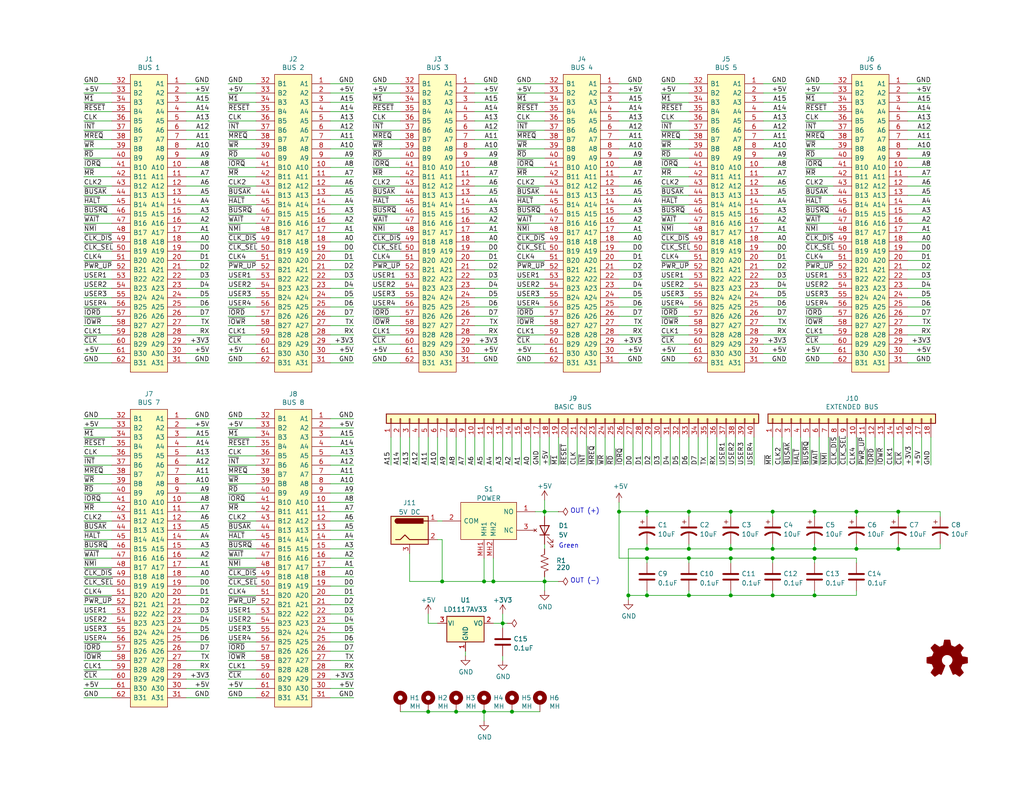
<source format=kicad_sch>
(kicad_sch (version 20211123) (generator eeschema)
  (paper "USLetter")
  (title_block (title "8-slot ISA-style backblane with breadboard connectivity") (date "2022-10-12") (rev "1.5") (company "Frederic Segard - aka: The Micro Hobbyist"))
  (junction (at 176.53 152.4))
  (junction (at 199.39 162.56))
  (junction (at 137.16 170.18))
  (junction (at 124.46 194.31))
  (junction (at 187.96 152.4))
  (junction (at 139.7 194.31))
  (junction (at 210.82 149.86))
  (junction (at 187.96 162.56))
  (junction (at 176.53 162.56))
  (junction (at 168.91 139.7))
  (junction (at 171.45 162.56))
  (junction (at 176.53 139.7))
  (junction (at 233.68 139.7))
  (junction (at 132.08 194.31))
  (junction (at 116.84 194.31))
  (junction (at 132.08 158.75))
  (junction (at 210.82 162.56))
  (junction (at 199.39 152.4))
  (junction (at 148.59 139.7))
  (junction (at 245.11 149.86))
  (junction (at 210.82 139.7))
  (junction (at 199.39 149.86))
  (junction (at 233.68 149.86))
  (junction (at 187.96 149.86))
  (junction (at 187.96 139.7))
  (junction (at 222.25 162.56))
  (junction (at 120.65 158.75))
  (junction (at 176.53 149.86))
  (junction (at 222.25 149.86))
  (junction (at 222.25 152.4))
  (junction (at 199.39 139.7))
  (junction (at 210.82 152.4))
  (junction (at 148.59 158.75))
  (junction (at 222.25 139.7))
  (junction (at 134.62 158.75))
  (junction (at 245.11 139.7))
  (wire (pts (xy 120.65 158.75) (xy 132.08 158.75)))
  (wire (pts (xy 137.16 119.38) (xy 137.16 127)))
  (wire (pts (xy 62.23 50.8) (xy 69.85 50.8)))
  (wire (pts (xy 22.86 22.86) (xy 30.48 22.86)))
  (wire (pts (xy 199.39 149.86) (xy 210.82 149.86)))
  (wire (pts (xy 208.28 88.9) (xy 214.63 88.9)))
  (wire (pts (xy 228.6 119.38) (xy 228.6 127)))
  (wire (pts (xy 168.91 139.7) (xy 168.91 152.4)))
  (wire (pts (xy 129.54 27.94) (xy 135.89 27.94)))
  (wire (pts (xy 245.11 149.86) (xy 256.54 149.86)))
  (wire (pts (xy 219.71 83.82) (xy 227.33 83.82)))
  (wire (pts (xy 62.23 33.02) (xy 69.85 33.02)))
  (wire (pts (xy 168.91 43.18) (xy 175.26 43.18)))
  (wire (pts (xy 140.97 40.64) (xy 148.59 40.64)))
  (wire (pts (xy 50.8 149.86) (xy 57.15 149.86)))
  (wire (pts (xy 139.7 194.31) (xy 132.08 194.31)))
  (wire (pts (xy 101.6 93.98) (xy 109.22 93.98)))
  (wire (pts (xy 172.72 119.38) (xy 172.72 127)))
  (wire (pts (xy 22.86 129.54) (xy 30.48 129.54)))
  (wire (pts (xy 200.66 119.38) (xy 200.66 127)))
  (wire (pts (xy 247.65 25.4) (xy 254 25.4)))
  (wire (pts (xy 50.8 170.18) (xy 57.15 170.18)))
  (wire (pts (xy 210.82 139.7) (xy 222.25 139.7)))
  (wire (pts (xy 50.8 88.9) (xy 57.15 88.9)))
  (wire (pts (xy 119.38 142.24) (xy 120.65 142.24)))
  (wire (pts (xy 90.17 116.84) (xy 96.52 116.84)))
  (wire (pts (xy 219.71 73.66) (xy 227.33 73.66)))
  (wire (pts (xy 168.91 35.56) (xy 175.26 35.56)))
  (wire (pts (xy 132.08 152.4) (xy 132.08 158.75)))
  (wire (pts (xy 129.54 83.82) (xy 135.89 83.82)))
  (wire (pts (xy 50.8 78.74) (xy 57.15 78.74)))
  (wire (pts (xy 246.38 119.38) (xy 246.38 127)))
  (wire (pts (xy 140.97 38.1) (xy 148.59 38.1)))
  (wire (pts (xy 180.34 91.44) (xy 187.96 91.44)))
  (wire (pts (xy 254 93.98) (xy 247.65 93.98)))
  (wire (pts (xy 22.86 170.18) (xy 30.48 170.18)))
  (wire (pts (xy 254 119.38) (xy 254 127)))
  (wire (pts (xy 168.91 81.28) (xy 175.26 81.28)))
  (wire (pts (xy 22.86 132.08) (xy 30.48 132.08)))
  (wire (pts (xy 198.12 119.38) (xy 198.12 127)))
  (wire (pts (xy 219.71 76.2) (xy 227.33 76.2)))
  (wire (pts (xy 129.54 96.52) (xy 135.89 96.52)))
  (wire (pts (xy 176.53 139.7) (xy 187.96 139.7)))
  (wire (pts (xy 90.17 25.4) (xy 96.52 25.4)))
  (wire (pts (xy 208.28 53.34) (xy 214.63 53.34)))
  (wire (pts (xy 129.54 91.44) (xy 135.89 91.44)))
  (wire (pts (xy 144.78 119.38) (xy 144.78 127)))
  (wire (pts (xy 22.86 71.12) (xy 30.48 71.12)))
  (wire (pts (xy 127 119.38) (xy 127 127)))
  (wire (pts (xy 22.86 139.7) (xy 30.48 139.7)))
  (wire (pts (xy 90.17 170.18) (xy 96.52 170.18)))
  (wire (pts (xy 62.23 152.4) (xy 69.85 152.4)))
  (wire (pts (xy 208.28 68.58) (xy 214.63 68.58)))
  (wire (pts (xy 50.8 187.96) (xy 57.15 187.96)))
  (wire (pts (xy 50.8 38.1) (xy 57.15 38.1)))
  (wire (pts (xy 90.17 66.04) (xy 96.52 66.04)))
  (wire (pts (xy 101.6 35.56) (xy 109.22 35.56)))
  (wire (pts (xy 101.6 68.58) (xy 109.22 68.58)))
  (wire (pts (xy 90.17 190.5) (xy 96.52 190.5)))
  (wire (pts (xy 62.23 175.26) (xy 69.85 175.26)))
  (wire (pts (xy 90.17 48.26) (xy 96.52 48.26)))
  (wire (pts (xy 247.65 35.56) (xy 254 35.56)))
  (wire (pts (xy 180.34 60.96) (xy 187.96 60.96)))
  (wire (pts (xy 129.54 76.2) (xy 135.89 76.2)))
  (wire (pts (xy 22.86 43.18) (xy 30.48 43.18)))
  (wire (pts (xy 62.23 60.96) (xy 69.85 60.96)))
  (wire (pts (xy 50.8 132.08) (xy 57.15 132.08)))
  (wire (pts (xy 176.53 148.59) (xy 176.53 149.86)))
  (wire (pts (xy 50.8 53.34) (xy 57.15 53.34)))
  (wire (pts (xy 129.54 55.88) (xy 135.89 55.88)))
  (wire (pts (xy 168.91 50.8) (xy 175.26 50.8)))
  (wire (pts (xy 90.17 162.56) (xy 96.52 162.56)))
  (wire (pts (xy 50.8 124.46) (xy 57.15 124.46)))
  (wire (pts (xy 129.54 71.12) (xy 135.89 71.12)))
  (wire (pts (xy 247.65 22.86) (xy 254 22.86)))
  (wire (pts (xy 22.86 187.96) (xy 30.48 187.96)))
  (wire (pts (xy 90.17 180.34) (xy 96.52 180.34)))
  (wire (pts (xy 140.97 93.98) (xy 148.59 93.98)))
  (wire (pts (xy 208.28 48.26) (xy 214.63 48.26)))
  (wire (pts (xy 208.28 27.94) (xy 214.63 27.94)))
  (wire (pts (xy 101.6 60.96) (xy 109.22 60.96)))
  (wire (pts (xy 22.86 58.42) (xy 30.48 58.42)))
  (wire (pts (xy 180.34 58.42) (xy 187.96 58.42)))
  (wire (pts (xy 22.86 66.04) (xy 30.48 66.04)))
  (wire (pts (xy 22.86 99.06) (xy 30.48 99.06)))
  (wire (pts (xy 195.58 119.38) (xy 195.58 127)))
  (wire (pts (xy 165.1 119.38) (xy 165.1 127)))
  (wire (pts (xy 223.52 119.38) (xy 223.52 127)))
  (wire (pts (xy 129.54 25.4) (xy 135.89 25.4)))
  (wire (pts (xy 134.62 152.4) (xy 134.62 158.75)))
  (wire (pts (xy 50.8 152.4) (xy 57.15 152.4)))
  (wire (pts (xy 22.86 45.72) (xy 30.48 45.72)))
  (wire (pts (xy 137.16 167.64) (xy 137.16 170.18)))
  (wire (pts (xy 168.91 30.48) (xy 175.26 30.48)))
  (wire (pts (xy 180.34 93.98) (xy 187.96 93.98)))
  (wire (pts (xy 50.8 116.84) (xy 57.15 116.84)))
  (wire (pts (xy 219.71 66.04) (xy 227.33 66.04)))
  (wire (pts (xy 180.34 25.4) (xy 187.96 25.4)))
  (wire (pts (xy 135.89 93.98) (xy 129.54 93.98)))
  (wire (pts (xy 199.39 161.29) (xy 199.39 162.56)))
  (wire (pts (xy 168.91 40.64) (xy 175.26 40.64)))
  (wire (pts (xy 180.34 71.12) (xy 187.96 71.12)))
  (wire (pts (xy 62.23 78.74) (xy 69.85 78.74)))
  (wire (pts (xy 222.25 152.4) (xy 233.68 152.4)))
  (wire (pts (xy 129.54 22.86) (xy 135.89 22.86)))
  (wire (pts (xy 119.38 119.38) (xy 119.38 127)))
  (wire (pts (xy 233.68 139.7) (xy 233.68 140.97)))
  (wire (pts (xy 208.28 22.86) (xy 214.63 22.86)))
  (wire (pts (xy 22.86 157.48) (xy 30.48 157.48)))
  (wire (pts (xy 247.65 55.88) (xy 254 55.88)))
  (wire (pts (xy 50.8 137.16) (xy 57.15 137.16)))
  (wire (pts (xy 205.74 119.38) (xy 205.74 127)))
  (wire (pts (xy 62.23 149.86) (xy 69.85 149.86)))
  (wire (pts (xy 168.91 73.66) (xy 175.26 73.66)))
  (wire (pts (xy 90.17 124.46) (xy 96.52 124.46)))
  (wire (pts (xy 50.8 86.36) (xy 57.15 86.36)))
  (wire (pts (xy 146.05 139.7) (xy 148.59 139.7)))
  (wire (pts (xy 222.25 161.29) (xy 222.25 162.56)))
  (wire (pts (xy 180.34 40.64) (xy 187.96 40.64)))
  (wire (pts (xy 208.28 40.64) (xy 214.63 40.64)))
  (wire (pts (xy 180.34 35.56) (xy 187.96 35.56)))
  (wire (pts (xy 62.23 154.94) (xy 69.85 154.94)))
  (wire (pts (xy 129.54 68.58) (xy 135.89 68.58)))
  (wire (pts (xy 50.8 76.2) (xy 57.15 76.2)))
  (wire (pts (xy 62.23 30.48) (xy 69.85 30.48)))
  (wire (pts (xy 210.82 149.86) (xy 210.82 148.59)))
  (wire (pts (xy 22.86 182.88) (xy 30.48 182.88)))
  (wire (pts (xy 62.23 134.62) (xy 69.85 134.62)))
  (wire (pts (xy 140.97 86.36) (xy 148.59 86.36)))
  (wire (pts (xy 233.68 152.4) (xy 233.68 153.67)))
  (wire (pts (xy 168.91 76.2) (xy 175.26 76.2)))
  (wire (pts (xy 22.86 27.94) (xy 30.48 27.94)))
  (wire (pts (xy 101.6 48.26) (xy 109.22 48.26)))
  (wire (pts (xy 219.71 78.74) (xy 227.33 78.74)))
  (wire (pts (xy 180.34 33.02) (xy 187.96 33.02)))
  (wire (pts (xy 62.23 139.7) (xy 69.85 139.7)))
  (wire (pts (xy 101.6 83.82) (xy 109.22 83.82)))
  (wire (pts (xy 180.34 43.18) (xy 187.96 43.18)))
  (wire (pts (xy 210.82 149.86) (xy 222.25 149.86)))
  (wire (pts (xy 168.91 78.74) (xy 175.26 78.74)))
  (wire (pts (xy 222.25 139.7) (xy 233.68 139.7)))
  (wire (pts (xy 90.17 175.26) (xy 96.52 175.26)))
  (wire (pts (xy 168.91 45.72) (xy 175.26 45.72)))
  (wire (pts (xy 62.23 127) (xy 69.85 127)))
  (wire (pts (xy 152.4 139.7) (xy 148.59 139.7)))
  (wire (pts (xy 50.8 83.82) (xy 57.15 83.82)))
  (wire (pts (xy 101.6 38.1) (xy 109.22 38.1)))
  (wire (pts (xy 176.53 162.56) (xy 187.96 162.56)))
  (wire (pts (xy 90.17 83.82) (xy 96.52 83.82)))
  (wire (pts (xy 231.14 119.38) (xy 231.14 127)))
  (wire (pts (xy 129.54 58.42) (xy 135.89 58.42)))
  (wire (pts (xy 22.86 154.94) (xy 30.48 154.94)))
  (wire (pts (xy 247.65 88.9) (xy 254 88.9)))
  (wire (pts (xy 50.8 182.88) (xy 57.15 182.88)))
  (wire (pts (xy 140.97 91.44) (xy 148.59 91.44)))
  (wire (pts (xy 219.71 35.56) (xy 227.33 35.56)))
  (wire (pts (xy 180.34 55.88) (xy 187.96 55.88)))
  (wire (pts (xy 208.28 76.2) (xy 214.63 76.2)))
  (wire (pts (xy 22.86 35.56) (xy 30.48 35.56)))
  (wire (pts (xy 22.86 142.24) (xy 30.48 142.24)))
  (wire (pts (xy 50.8 25.4) (xy 57.15 25.4)))
  (wire (pts (xy 22.86 91.44) (xy 30.48 91.44)))
  (wire (pts (xy 168.91 38.1) (xy 175.26 38.1)))
  (wire (pts (xy 208.28 86.36) (xy 214.63 86.36)))
  (wire (pts (xy 22.86 78.74) (xy 30.48 78.74)))
  (wire (pts (xy 90.17 38.1) (xy 96.52 38.1)))
  (wire (pts (xy 208.28 43.18) (xy 214.63 43.18)))
  (wire (pts (xy 187.96 161.29) (xy 187.96 162.56)))
  (wire (pts (xy 129.54 35.56) (xy 135.89 35.56)))
  (wire (pts (xy 176.53 161.29) (xy 176.53 162.56)))
  (wire (pts (xy 176.53 139.7) (xy 176.53 140.97)))
  (wire (pts (xy 219.71 27.94) (xy 227.33 27.94)))
  (wire (pts (xy 101.6 27.94) (xy 109.22 27.94)))
  (wire (pts (xy 90.17 50.8) (xy 96.52 50.8)))
  (wire (pts (xy 208.28 45.72) (xy 214.63 45.72)))
  (wire (pts (xy 180.34 88.9) (xy 187.96 88.9)))
  (wire (pts (xy 247.65 27.94) (xy 254 27.94)))
  (wire (pts (xy 62.23 167.64) (xy 69.85 167.64)))
  (wire (pts (xy 157.48 119.38) (xy 157.48 127)))
  (wire (pts (xy 62.23 137.16) (xy 69.85 137.16)))
  (wire (pts (xy 233.68 149.86) (xy 245.11 149.86)))
  (wire (pts (xy 219.71 53.34) (xy 227.33 53.34)))
  (wire (pts (xy 90.17 55.88) (xy 96.52 55.88)))
  (wire (pts (xy 50.8 144.78) (xy 57.15 144.78)))
  (wire (pts (xy 148.59 136.525) (xy 148.59 139.7)))
  (wire (pts (xy 22.86 73.66) (xy 30.48 73.66)))
  (wire (pts (xy 90.17 121.92) (xy 96.52 121.92)))
  (wire (pts (xy 101.6 43.18) (xy 109.22 43.18)))
  (wire (pts (xy 193.04 119.38) (xy 193.04 127)))
  (wire (pts (xy 50.8 180.34) (xy 57.15 180.34)))
  (wire (pts (xy 247.65 38.1) (xy 254 38.1)))
  (wire (pts (xy 90.17 149.86) (xy 96.52 149.86)))
  (wire (pts (xy 50.8 175.26) (xy 57.15 175.26)))
  (wire (pts (xy 90.17 127) (xy 96.52 127)))
  (wire (pts (xy 247.65 40.64) (xy 254 40.64)))
  (wire (pts (xy 129.54 63.5) (xy 135.89 63.5)))
  (wire (pts (xy 247.65 66.04) (xy 254 66.04)))
  (wire (pts (xy 132.08 194.31) (xy 132.08 196.85)))
  (wire (pts (xy 176.53 152.4) (xy 176.53 153.67)))
  (wire (pts (xy 180.34 53.34) (xy 187.96 53.34)))
  (wire (pts (xy 208.28 58.42) (xy 214.63 58.42)))
  (wire (pts (xy 106.68 119.38) (xy 106.68 127)))
  (wire (pts (xy 22.86 88.9) (xy 30.48 88.9)))
  (wire (pts (xy 101.6 25.4) (xy 109.22 25.4)))
  (wire (pts (xy 214.63 93.98) (xy 208.28 93.98)))
  (wire (pts (xy 50.8 73.66) (xy 57.15 73.66)))
  (wire (pts (xy 210.82 139.7) (xy 210.82 140.97)))
  (wire (pts (xy 50.8 172.72) (xy 57.15 172.72)))
  (wire (pts (xy 180.34 76.2) (xy 187.96 76.2)))
  (wire (pts (xy 247.65 58.42) (xy 254 58.42)))
  (wire (pts (xy 140.97 45.72) (xy 148.59 45.72)))
  (wire (pts (xy 233.68 139.7) (xy 245.11 139.7)))
  (wire (pts (xy 168.91 60.96) (xy 175.26 60.96)))
  (wire (pts (xy 245.11 148.59) (xy 245.11 149.86)))
  (wire (pts (xy 101.6 40.64) (xy 109.22 40.64)))
  (wire (pts (xy 168.91 139.7) (xy 176.53 139.7)))
  (wire (pts (xy 62.23 172.72) (xy 69.85 172.72)))
  (wire (pts (xy 132.08 158.75) (xy 134.62 158.75)))
  (wire (pts (xy 139.7 119.38) (xy 139.7 127)))
  (wire (pts (xy 62.23 48.26) (xy 69.85 48.26)))
  (wire (pts (xy 22.86 124.46) (xy 30.48 124.46)))
  (wire (pts (xy 219.71 22.86) (xy 227.33 22.86)))
  (wire (pts (xy 248.92 119.38) (xy 248.92 127)))
  (wire (pts (xy 90.17 139.7) (xy 96.52 139.7)))
  (wire (pts (xy 140.97 27.94) (xy 148.59 27.94)))
  (wire (pts (xy 50.8 142.24) (xy 57.15 142.24)))
  (wire (pts (xy 90.17 58.42) (xy 96.52 58.42)))
  (wire (pts (xy 90.17 30.48) (xy 96.52 30.48)))
  (wire (pts (xy 171.45 149.86) (xy 176.53 149.86)))
  (wire (pts (xy 233.68 161.29) (xy 233.68 162.56)))
  (wire (pts (xy 154.94 119.38) (xy 154.94 127)))
  (wire (pts (xy 22.86 63.5) (xy 30.48 63.5)))
  (wire (pts (xy 50.8 114.3) (xy 57.15 114.3)))
  (wire (pts (xy 62.23 38.1) (xy 69.85 38.1)))
  (wire (pts (xy 90.17 134.62) (xy 96.52 134.62)))
  (wire (pts (xy 134.62 170.18) (xy 137.16 170.18)))
  (wire (pts (xy 101.6 76.2) (xy 109.22 76.2)))
  (wire (pts (xy 199.39 149.86) (xy 199.39 148.59)))
  (wire (pts (xy 22.86 185.42) (xy 30.48 185.42)))
  (wire (pts (xy 90.17 76.2) (xy 96.52 76.2)))
  (wire (pts (xy 152.4 158.75) (xy 148.59 158.75)))
  (wire (pts (xy 90.17 43.18) (xy 96.52 43.18)))
  (wire (pts (xy 208.28 35.56) (xy 214.63 35.56)))
  (wire (pts (xy 62.23 162.56) (xy 69.85 162.56)))
  (wire (pts (xy 219.71 63.5) (xy 227.33 63.5)))
  (wire (pts (xy 149.86 119.38) (xy 149.86 127)))
  (wire (pts (xy 210.82 161.29) (xy 210.82 162.56)))
  (wire (pts (xy 168.91 33.02) (xy 175.26 33.02)))
  (wire (pts (xy 148.59 158.75) (xy 148.59 161.29)))
  (wire (pts (xy 245.11 139.7) (xy 256.54 139.7)))
  (wire (pts (xy 22.86 149.86) (xy 30.48 149.86)))
  (wire (pts (xy 90.17 27.94) (xy 96.52 27.94)))
  (wire (pts (xy 22.86 134.62) (xy 30.48 134.62)))
  (wire (pts (xy 90.17 40.64) (xy 96.52 40.64)))
  (wire (pts (xy 22.86 93.98) (xy 30.48 93.98)))
  (wire (pts (xy 109.22 194.31) (xy 116.84 194.31)))
  (wire (pts (xy 140.97 73.66) (xy 148.59 73.66)))
  (wire (pts (xy 22.86 40.64) (xy 30.48 40.64)))
  (wire (pts (xy 170.18 119.38) (xy 170.18 127)))
  (wire (pts (xy 219.71 25.4) (xy 227.33 25.4)))
  (wire (pts (xy 210.82 162.56) (xy 222.25 162.56)))
  (wire (pts (xy 219.71 50.8) (xy 227.33 50.8)))
  (wire (pts (xy 251.46 119.38) (xy 251.46 127)))
  (wire (pts (xy 168.91 63.5) (xy 175.26 63.5)))
  (wire (pts (xy 127 177.8) (xy 127 179.07)))
  (wire (pts (xy 208.28 30.48) (xy 214.63 30.48)))
  (wire (pts (xy 140.97 60.96) (xy 148.59 60.96)))
  (wire (pts (xy 124.46 119.38) (xy 124.46 127)))
  (wire (pts (xy 142.24 119.38) (xy 142.24 127)))
  (wire (pts (xy 62.23 116.84) (xy 69.85 116.84)))
  (wire (pts (xy 247.65 50.8) (xy 254 50.8)))
  (wire (pts (xy 62.23 71.12) (xy 69.85 71.12)))
  (wire (pts (xy 219.71 40.64) (xy 227.33 40.64)))
  (wire (pts (xy 247.65 68.58) (xy 254 68.58)))
  (wire (pts (xy 22.86 30.48) (xy 30.48 30.48)))
  (wire (pts (xy 175.26 119.38) (xy 175.26 127)))
  (wire (pts (xy 247.65 76.2) (xy 254 76.2)))
  (wire (pts (xy 62.23 68.58) (xy 69.85 68.58)))
  (wire (pts (xy 62.23 129.54) (xy 69.85 129.54)))
  (wire (pts (xy 90.17 144.78) (xy 96.52 144.78)))
  (wire (pts (xy 22.86 116.84) (xy 30.48 116.84)))
  (wire (pts (xy 101.6 73.66) (xy 109.22 73.66)))
  (wire (pts (xy 132.08 119.38) (xy 132.08 127)))
  (wire (pts (xy 62.23 35.56) (xy 69.85 35.56)))
  (wire (pts (xy 90.17 129.54) (xy 96.52 129.54)))
  (wire (pts (xy 222.25 162.56) (xy 233.68 162.56)))
  (wire (pts (xy 199.39 162.56) (xy 210.82 162.56)))
  (wire (pts (xy 50.8 30.48) (xy 57.15 30.48)))
  (wire (pts (xy 129.54 81.28) (xy 135.89 81.28)))
  (wire (pts (xy 96.52 93.98) (xy 90.17 93.98)))
  (wire (pts (xy 22.86 76.2) (xy 30.48 76.2)))
  (wire (pts (xy 129.54 53.34) (xy 135.89 53.34)))
  (wire (pts (xy 62.23 124.46) (xy 69.85 124.46)))
  (wire (pts (xy 90.17 45.72) (xy 96.52 45.72)))
  (wire (pts (xy 62.23 96.52) (xy 69.85 96.52)))
  (wire (pts (xy 247.65 81.28) (xy 254 81.28)))
  (wire (pts (xy 22.86 162.56) (xy 30.48 162.56)))
  (wire (pts (xy 111.76 151.13) (xy 111.76 158.75)))
  (wire (pts (xy 171.45 162.56) (xy 176.53 162.56)))
  (wire (pts (xy 90.17 177.8) (xy 96.52 177.8)))
  (wire (pts (xy 180.34 119.38) (xy 180.34 127)))
  (wire (pts (xy 119.38 170.18) (xy 116.84 170.18)))
  (wire (pts (xy 50.8 177.8) (xy 57.15 177.8)))
  (wire (pts (xy 168.91 152.4) (xy 176.53 152.4)))
  (wire (pts (xy 62.23 58.42) (xy 69.85 58.42)))
  (wire (pts (xy 62.23 22.86) (xy 69.85 22.86)))
  (wire (pts (xy 90.17 147.32) (xy 96.52 147.32)))
  (wire (pts (xy 233.68 119.38) (xy 233.68 127)))
  (wire (pts (xy 50.8 119.38) (xy 57.15 119.38)))
  (wire (pts (xy 190.5 119.38) (xy 190.5 127)))
  (wire (pts (xy 62.23 114.3) (xy 69.85 114.3)))
  (wire (pts (xy 241.3 119.38) (xy 241.3 127)))
  (wire (pts (xy 171.45 162.56) (xy 171.45 149.86)))
  (wire (pts (xy 219.71 58.42) (xy 227.33 58.42)))
  (wire (pts (xy 140.97 96.52) (xy 148.59 96.52)))
  (wire (pts (xy 50.8 48.26) (xy 57.15 48.26)))
  (wire (pts (xy 124.46 194.31) (xy 132.08 194.31)))
  (wire (pts (xy 101.6 96.52) (xy 109.22 96.52)))
  (wire (pts (xy 90.17 60.96) (xy 96.52 60.96)))
  (wire (pts (xy 226.06 119.38) (xy 226.06 127)))
  (wire (pts (xy 180.34 78.74) (xy 187.96 78.74)))
  (wire (pts (xy 180.34 48.26) (xy 187.96 48.26)))
  (wire (pts (xy 208.28 73.66) (xy 214.63 73.66)))
  (wire (pts (xy 129.54 73.66) (xy 135.89 73.66)))
  (wire (pts (xy 111.76 119.38) (xy 111.76 127)))
  (wire (pts (xy 243.84 119.38) (xy 243.84 127)))
  (wire (pts (xy 148.59 148.59) (xy 148.59 149.86)))
  (wire (pts (xy 62.23 40.64) (xy 69.85 40.64)))
  (wire (pts (xy 219.71 43.18) (xy 227.33 43.18)))
  (wire (pts (xy 168.91 86.36) (xy 175.26 86.36)))
  (wire (pts (xy 199.39 152.4) (xy 210.82 152.4)))
  (wire (pts (xy 213.36 119.38) (xy 213.36 127)))
  (wire (pts (xy 247.65 33.02) (xy 254 33.02)))
  (wire (pts (xy 22.86 137.16) (xy 30.48 137.16)))
  (wire (pts (xy 129.54 60.96) (xy 135.89 60.96)))
  (wire (pts (xy 219.71 71.12) (xy 227.33 71.12)))
  (wire (pts (xy 208.28 33.02) (xy 214.63 33.02)))
  (wire (pts (xy 50.8 58.42) (xy 57.15 58.42)))
  (wire (pts (xy 90.17 137.16) (xy 96.52 137.16)))
  (wire (pts (xy 139.7 194.31) (xy 147.32 194.31)))
  (wire (pts (xy 210.82 119.38) (xy 210.82 127)))
  (wire (pts (xy 187.96 149.86) (xy 199.39 149.86)))
  (wire (pts (xy 208.28 38.1) (xy 214.63 38.1)))
  (wire (pts (xy 140.97 22.86) (xy 148.59 22.86)))
  (wire (pts (xy 247.65 43.18) (xy 254 43.18)))
  (wire (pts (xy 140.97 25.4) (xy 148.59 25.4)))
  (wire (pts (xy 90.17 73.66) (xy 96.52 73.66)))
  (wire (pts (xy 50.8 127) (xy 57.15 127)))
  (wire (pts (xy 90.17 86.36) (xy 96.52 86.36)))
  (wire (pts (xy 168.91 137.16) (xy 168.91 139.7)))
  (wire (pts (xy 90.17 88.9) (xy 96.52 88.9)))
  (wire (pts (xy 222.25 149.86) (xy 233.68 149.86)))
  (wire (pts (xy 147.32 119.38) (xy 147.32 127)))
  (wire (pts (xy 22.86 81.28) (xy 30.48 81.28)))
  (wire (pts (xy 185.42 119.38) (xy 185.42 127)))
  (wire (pts (xy 140.97 63.5) (xy 148.59 63.5)))
  (wire (pts (xy 62.23 99.06) (xy 69.85 99.06)))
  (wire (pts (xy 22.86 152.4) (xy 30.48 152.4)))
  (wire (pts (xy 50.8 35.56) (xy 57.15 35.56)))
  (wire (pts (xy 62.23 170.18) (xy 69.85 170.18)))
  (wire (pts (xy 101.6 33.02) (xy 109.22 33.02)))
  (wire (pts (xy 187.96 139.7) (xy 187.96 140.97)))
  (wire (pts (xy 187.96 139.7) (xy 199.39 139.7)))
  (wire (pts (xy 101.6 86.36) (xy 109.22 86.36)))
  (wire (pts (xy 50.8 71.12) (xy 57.15 71.12)))
  (wire (pts (xy 218.44 119.38) (xy 218.44 127)))
  (wire (pts (xy 208.28 50.8) (xy 214.63 50.8)))
  (wire (pts (xy 129.54 86.36) (xy 135.89 86.36)))
  (wire (pts (xy 180.34 30.48) (xy 187.96 30.48)))
  (wire (pts (xy 90.17 142.24) (xy 96.52 142.24)))
  (wire (pts (xy 22.86 147.32) (xy 30.48 147.32)))
  (wire (pts (xy 50.8 162.56) (xy 57.15 162.56)))
  (wire (pts (xy 180.34 22.86) (xy 187.96 22.86)))
  (wire (pts (xy 62.23 88.9) (xy 69.85 88.9)))
  (wire (pts (xy 101.6 71.12) (xy 109.22 71.12)))
  (wire (pts (xy 50.8 43.18) (xy 57.15 43.18)))
  (wire (pts (xy 208.28 81.28) (xy 214.63 81.28)))
  (wire (pts (xy 129.54 99.06) (xy 135.89 99.06)))
  (wire (pts (xy 101.6 22.86) (xy 109.22 22.86)))
  (wire (pts (xy 140.97 83.82) (xy 148.59 83.82)))
  (wire (pts (xy 187.96 152.4) (xy 187.96 153.67)))
  (wire (pts (xy 180.34 73.66) (xy 187.96 73.66)))
  (wire (pts (xy 199.39 139.7) (xy 199.39 140.97)))
  (wire (pts (xy 50.8 96.52) (xy 57.15 96.52)))
  (wire (pts (xy 208.28 63.5) (xy 214.63 63.5)))
  (wire (pts (xy 50.8 68.58) (xy 57.15 68.58)))
  (wire (pts (xy 50.8 22.86) (xy 57.15 22.86)))
  (wire (pts (xy 167.64 119.38) (xy 167.64 127)))
  (wire (pts (xy 247.65 30.48) (xy 254 30.48)))
  (wire (pts (xy 134.62 119.38) (xy 134.62 127)))
  (wire (pts (xy 140.97 50.8) (xy 148.59 50.8)))
  (wire (pts (xy 219.71 55.88) (xy 227.33 55.88)))
  (wire (pts (xy 62.23 93.98) (xy 69.85 93.98)))
  (wire (pts (xy 50.8 165.1) (xy 57.15 165.1)))
  (wire (pts (xy 121.92 119.38) (xy 121.92 127)))
  (wire (pts (xy 171.45 162.56) (xy 171.45 163.83)))
  (wire (pts (xy 62.23 144.78) (xy 69.85 144.78)))
  (wire (pts (xy 199.39 152.4) (xy 199.39 153.67)))
  (wire (pts (xy 62.23 185.42) (xy 69.85 185.42)))
  (wire (pts (xy 168.91 58.42) (xy 175.26 58.42)))
  (wire (pts (xy 168.91 91.44) (xy 175.26 91.44)))
  (wire (pts (xy 180.34 83.82) (xy 187.96 83.82)))
  (wire (pts (xy 101.6 58.42) (xy 109.22 58.42)))
  (wire (pts (xy 50.8 167.64) (xy 57.15 167.64)))
  (wire (pts (xy 50.8 55.88) (xy 57.15 55.88)))
  (wire (pts (xy 62.23 27.94) (xy 69.85 27.94)))
  (wire (pts (xy 180.34 99.06) (xy 187.96 99.06)))
  (wire (pts (xy 210.82 152.4) (xy 210.82 153.67)))
  (wire (pts (xy 50.8 33.02) (xy 57.15 33.02)))
  (wire (pts (xy 22.86 33.02) (xy 30.48 33.02)))
  (wire (pts (xy 101.6 66.04) (xy 109.22 66.04)))
  (wire (pts (xy 90.17 63.5) (xy 96.52 63.5)))
  (wire (pts (xy 57.15 93.98) (xy 50.8 93.98)))
  (wire (pts (xy 168.91 83.82) (xy 175.26 83.82)))
  (wire (pts (xy 62.23 121.92) (xy 69.85 121.92)))
  (wire (pts (xy 180.34 45.72) (xy 187.96 45.72)))
  (wire (pts (xy 90.17 91.44) (xy 96.52 91.44)))
  (wire (pts (xy 238.76 119.38) (xy 238.76 127)))
  (wire (pts (xy 168.91 53.34) (xy 175.26 53.34)))
  (wire (pts (xy 22.86 68.58) (xy 30.48 68.58)))
  (wire (pts (xy 22.86 60.96) (xy 30.48 60.96)))
  (wire (pts (xy 22.86 144.78) (xy 30.48 144.78)))
  (wire (pts (xy 22.86 96.52) (xy 30.48 96.52)))
  (wire (pts (xy 50.8 157.48) (xy 57.15 157.48)))
  (wire (pts (xy 90.17 152.4) (xy 96.52 152.4)))
  (wire (pts (xy 247.65 60.96) (xy 254 60.96)))
  (wire (pts (xy 140.97 66.04) (xy 148.59 66.04)))
  (wire (pts (xy 247.65 53.34) (xy 254 53.34)))
  (wire (pts (xy 203.2 119.38) (xy 203.2 127)))
  (wire (pts (xy 62.23 63.5) (xy 69.85 63.5)))
  (wire (pts (xy 90.17 154.94) (xy 96.52 154.94)))
  (wire (pts (xy 219.71 88.9) (xy 227.33 88.9)))
  (wire (pts (xy 116.84 119.38) (xy 116.84 127)))
  (wire (pts (xy 168.91 48.26) (xy 175.26 48.26)))
  (wire (pts (xy 129.54 43.18) (xy 135.89 43.18)))
  (wire (pts (xy 140.97 81.28) (xy 148.59 81.28)))
  (wire (pts (xy 22.86 119.38) (xy 30.48 119.38)))
  (wire (pts (xy 62.23 91.44) (xy 69.85 91.44)))
  (wire (pts (xy 22.86 121.92) (xy 30.48 121.92)))
  (wire (pts (xy 96.52 185.42) (xy 90.17 185.42)))
  (wire (pts (xy 90.17 160.02) (xy 96.52 160.02)))
  (wire (pts (xy 50.8 147.32) (xy 57.15 147.32)))
  (wire (pts (xy 247.65 83.82) (xy 254 83.82)))
  (wire (pts (xy 119.38 147.32) (xy 120.65 147.32)))
  (wire (pts (xy 219.71 96.52) (xy 227.33 96.52)))
  (wire (pts (xy 140.97 33.02) (xy 148.59 33.02)))
  (wire (pts (xy 101.6 88.9) (xy 109.22 88.9)))
  (wire (pts (xy 90.17 99.06) (xy 96.52 99.06)))
  (wire (pts (xy 148.59 139.7) (xy 148.59 140.97)))
  (wire (pts (xy 129.54 50.8) (xy 135.89 50.8)))
  (wire (pts (xy 208.28 78.74) (xy 214.63 78.74)))
  (wire (pts (xy 114.3 119.38) (xy 114.3 127)))
  (wire (pts (xy 180.34 50.8) (xy 187.96 50.8)))
  (wire (pts (xy 247.65 99.06) (xy 254 99.06)))
  (wire (pts (xy 101.6 55.88) (xy 109.22 55.88)))
  (wire (pts (xy 219.71 99.06) (xy 227.33 99.06)))
  (wire (pts (xy 187.96 149.86) (xy 187.96 148.59)))
  (wire (pts (xy 22.86 167.64) (xy 30.48 167.64)))
  (wire (pts (xy 50.8 129.54) (xy 57.15 129.54)))
  (wire (pts (xy 140.97 35.56) (xy 148.59 35.56)))
  (wire (pts (xy 22.86 127) (xy 30.48 127)))
  (wire (pts (xy 247.65 73.66) (xy 254 73.66)))
  (wire (pts (xy 101.6 91.44) (xy 109.22 91.44)))
  (wire (pts (xy 208.28 83.82) (xy 214.63 83.82)))
  (wire (pts (xy 22.86 190.5) (xy 30.48 190.5)))
  (wire (pts (xy 247.65 45.72) (xy 254 45.72)))
  (wire (pts (xy 180.34 38.1) (xy 187.96 38.1)))
  (wire (pts (xy 219.71 60.96) (xy 227.33 60.96)))
  (wire (pts (xy 62.23 132.08) (xy 69.85 132.08)))
  (wire (pts (xy 219.71 91.44) (xy 227.33 91.44)))
  (wire (pts (xy 90.17 114.3) (xy 96.52 114.3)))
  (wire (pts (xy 62.23 190.5) (xy 69.85 190.5)))
  (wire (pts (xy 219.71 68.58) (xy 227.33 68.58)))
  (wire (pts (xy 129.54 30.48) (xy 135.89 30.48)))
  (wire (pts (xy 247.65 86.36) (xy 254 86.36)))
  (wire (pts (xy 160.02 119.38) (xy 160.02 127)))
  (wire (pts (xy 219.71 86.36) (xy 227.33 86.36)))
  (wire (pts (xy 62.23 147.32) (xy 69.85 147.32)))
  (wire (pts (xy 62.23 165.1) (xy 69.85 165.1)))
  (wire (pts (xy 116.84 167.64) (xy 116.84 170.18)))
  (wire (pts (xy 208.28 66.04) (xy 214.63 66.04)))
  (wire (pts (xy 90.17 172.72) (xy 96.52 172.72)))
  (wire (pts (xy 90.17 182.88) (xy 96.52 182.88)))
  (wire (pts (xy 90.17 81.28) (xy 96.52 81.28)))
  (wire (pts (xy 22.86 177.8) (xy 30.48 177.8)))
  (wire (pts (xy 90.17 157.48) (xy 96.52 157.48)))
  (wire (pts (xy 168.91 22.86) (xy 175.26 22.86)))
  (wire (pts (xy 62.23 73.66) (xy 69.85 73.66)))
  (wire (pts (xy 175.26 93.98) (xy 168.91 93.98)))
  (wire (pts (xy 140.97 55.88) (xy 148.59 55.88)))
  (wire (pts (xy 208.28 96.52) (xy 214.63 96.52)))
  (wire (pts (xy 220.98 119.38) (xy 220.98 127)))
  (wire (pts (xy 90.17 167.64) (xy 96.52 167.64)))
  (wire (pts (xy 62.23 180.34) (xy 69.85 180.34)))
  (wire (pts (xy 90.17 53.34) (xy 96.52 53.34)))
  (wire (pts (xy 129.54 119.38) (xy 129.54 127)))
  (wire (pts (xy 222.25 148.59) (xy 222.25 149.86)))
  (wire (pts (xy 129.54 88.9) (xy 135.89 88.9)))
  (wire (pts (xy 168.91 88.9) (xy 175.26 88.9)))
  (wire (pts (xy 62.23 45.72) (xy 69.85 45.72)))
  (wire (pts (xy 120.65 147.32) (xy 120.65 158.75)))
  (wire (pts (xy 140.97 78.74) (xy 148.59 78.74)))
  (wire (pts (xy 168.91 68.58) (xy 175.26 68.58)))
  (wire (pts (xy 22.86 180.34) (xy 30.48 180.34)))
  (wire (pts (xy 62.23 187.96) (xy 69.85 187.96)))
  (wire (pts (xy 168.91 25.4) (xy 175.26 25.4)))
  (wire (pts (xy 90.17 187.96) (xy 96.52 187.96)))
  (wire (pts (xy 62.23 55.88) (xy 69.85 55.88)))
  (wire (pts (xy 129.54 40.64) (xy 135.89 40.64)))
  (wire (pts (xy 101.6 81.28) (xy 109.22 81.28)))
  (wire (pts (xy 101.6 53.34) (xy 109.22 53.34)))
  (wire (pts (xy 137.16 179.07) (xy 137.16 180.34)))
  (wire (pts (xy 62.23 177.8) (xy 69.85 177.8)))
  (wire (pts (xy 90.17 22.86) (xy 96.52 22.86)))
  (wire (pts (xy 140.97 99.06) (xy 148.59 99.06)))
  (wire (pts (xy 22.86 165.1) (xy 30.48 165.1)))
  (wire (pts (xy 208.28 60.96) (xy 214.63 60.96)))
  (wire (pts (xy 101.6 30.48) (xy 109.22 30.48)))
  (wire (pts (xy 247.65 91.44) (xy 254 91.44)))
  (wire (pts (xy 140.97 30.48) (xy 148.59 30.48)))
  (wire (pts (xy 50.8 121.92) (xy 57.15 121.92)))
  (wire (pts (xy 57.15 185.42) (xy 50.8 185.42)))
  (wire (pts (xy 177.8 119.38) (xy 177.8 127)))
  (wire (pts (xy 247.65 96.52) (xy 254 96.52)))
  (wire (pts (xy 101.6 99.06) (xy 109.22 99.06)))
  (wire (pts (xy 187.96 119.38) (xy 187.96 127)))
  (wire (pts (xy 50.8 99.06) (xy 57.15 99.06)))
  (wire (pts (xy 62.23 83.82) (xy 69.85 83.82)))
  (wire (pts (xy 210.82 152.4) (xy 222.25 152.4)))
  (wire (pts (xy 247.65 48.26) (xy 254 48.26)))
  (wire (pts (xy 208.28 71.12) (xy 214.63 71.12)))
  (wire (pts (xy 129.54 33.02) (xy 135.89 33.02)))
  (wire (pts (xy 148.59 157.48) (xy 148.59 158.75)))
  (wire (pts (xy 168.91 66.04) (xy 175.26 66.04)))
  (wire (pts (xy 199.39 139.7) (xy 210.82 139.7)))
  (wire (pts (xy 140.97 43.18) (xy 148.59 43.18)))
  (wire (pts (xy 180.34 63.5) (xy 187.96 63.5)))
  (wire (pts (xy 62.23 25.4) (xy 69.85 25.4)))
  (wire (pts (xy 90.17 71.12) (xy 96.52 71.12)))
  (wire (pts (xy 180.34 27.94) (xy 187.96 27.94)))
  (wire (pts (xy 168.91 96.52) (xy 175.26 96.52)))
  (wire (pts (xy 22.86 48.26) (xy 30.48 48.26)))
  (wire (pts (xy 62.23 182.88) (xy 69.85 182.88)))
  (wire (pts (xy 22.86 50.8) (xy 30.48 50.8)))
  (wire (pts (xy 140.97 68.58) (xy 148.59 68.58)))
  (wire (pts (xy 62.23 157.48) (xy 69.85 157.48)))
  (wire (pts (xy 50.8 45.72) (xy 57.15 45.72)))
  (wire (pts (xy 90.17 119.38) (xy 96.52 119.38)))
  (wire (pts (xy 50.8 66.04) (xy 57.15 66.04)))
  (wire (pts (xy 50.8 154.94) (xy 57.15 154.94)))
  (wire (pts (xy 22.86 53.34) (xy 30.48 53.34)))
  (wire (pts (xy 22.86 86.36) (xy 30.48 86.36)))
  (wire (pts (xy 50.8 139.7) (xy 57.15 139.7)))
  (wire (pts (xy 187.96 152.4) (xy 199.39 152.4)))
  (wire (pts (xy 180.34 86.36) (xy 187.96 86.36)))
  (wire (pts (xy 256.54 149.86) (xy 256.54 148.59)))
  (wire (pts (xy 101.6 50.8) (xy 109.22 50.8)))
  (wire (pts (xy 168.91 99.06) (xy 175.26 99.06)))
  (wire (pts (xy 180.34 96.52) (xy 187.96 96.52)))
  (wire (pts (xy 152.4 119.38) (xy 152.4 127)))
  (wire (pts (xy 129.54 48.26) (xy 135.89 48.26)))
  (wire (pts (xy 90.17 33.02) (xy 96.52 33.02)))
  (wire (pts (xy 219.71 30.48) (xy 227.33 30.48)))
  (wire (pts (xy 137.16 170.18) (xy 137.16 171.45)))
  (wire (pts (xy 140.97 88.9) (xy 148.59 88.9)))
  (wire (pts (xy 22.86 25.4) (xy 30.48 25.4)))
  (wire (pts (xy 129.54 45.72) (xy 135.89 45.72)))
  (wire (pts (xy 90.17 68.58) (xy 96.52 68.58)))
  (wire (pts (xy 208.28 55.88) (xy 214.63 55.88)))
  (wire (pts (xy 138.43 170.18) (xy 137.16 170.18)))
  (wire (pts (xy 129.54 66.04) (xy 135.89 66.04)))
  (wire (pts (xy 180.34 81.28) (xy 187.96 81.28)))
  (wire (pts (xy 62.23 43.18) (xy 69.85 43.18)))
  (wire (pts (xy 90.17 165.1) (xy 96.52 165.1)))
  (wire (pts (xy 22.86 172.72) (xy 30.48 172.72)))
  (wire (pts (xy 180.34 66.04) (xy 187.96 66.04)))
  (wire (pts (xy 90.17 35.56) (xy 96.52 35.56)))
  (wire (pts (xy 140.97 48.26) (xy 148.59 48.26)))
  (wire (pts (xy 22.86 55.88) (xy 30.48 55.88)))
  (wire (pts (xy 168.91 55.88) (xy 175.26 55.88)))
  (wire (pts (xy 50.8 134.62) (xy 57.15 134.62)))
  (wire (pts (xy 140.97 71.12) (xy 148.59 71.12)))
  (wire (pts (xy 50.8 91.44) (xy 57.15 91.44)))
  (wire (pts (xy 219.71 38.1) (xy 227.33 38.1)))
  (wire (pts (xy 50.8 190.5) (xy 57.15 190.5)))
  (wire (pts (xy 162.56 119.38) (xy 162.56 127)))
  (wire (pts (xy 62.23 66.04) (xy 69.85 66.04)))
  (wire (pts (xy 247.65 63.5) (xy 254 63.5)))
  (wire (pts (xy 101.6 78.74) (xy 109.22 78.74)))
  (wire (pts (xy 101.6 45.72) (xy 109.22 45.72)))
  (wire (pts (xy 247.65 71.12) (xy 254 71.12)))
  (wire (pts (xy 187.96 162.56) (xy 199.39 162.56)))
  (wire (pts (xy 22.86 83.82) (xy 30.48 83.82)))
  (wire (pts (xy 90.17 96.52) (xy 96.52 96.52)))
  (wire (pts (xy 22.86 175.26) (xy 30.48 175.26)))
  (wire (pts (xy 134.62 158.75) (xy 148.59 158.75)))
  (wire (pts (xy 50.8 40.64) (xy 57.15 40.64)))
  (wire (pts (xy 90.17 132.08) (xy 96.52 132.08)))
  (wire (pts (xy 90.17 78.74) (xy 96.52 78.74)))
  (wire (pts (xy 50.8 81.28) (xy 57.15 81.28)))
  (wire (pts (xy 233.68 148.59) (xy 233.68 149.86)))
  (wire (pts (xy 176.53 149.86) (xy 187.96 149.86)))
  (wire (pts (xy 168.91 71.12) (xy 175.26 71.12)))
  (wire (pts (xy 140.97 58.42) (xy 148.59 58.42)))
  (wire (pts (xy 62.23 142.24) (xy 69.85 142.24)))
  (wire (pts (xy 256.54 140.97) (xy 256.54 139.7)))
  (wire (pts (xy 140.97 53.34) (xy 148.59 53.34)))
  (wire (pts (xy 222.25 139.7) (xy 222.25 140.97)))
  (wire (pts (xy 22.86 114.3) (xy 30.48 114.3)))
  (wire (pts (xy 109.22 119.38) (xy 109.22 127)))
  (wire (pts (xy 219.71 33.02) (xy 227.33 33.02)))
  (wire (pts (xy 62.23 76.2) (xy 69.85 76.2)))
  (wire (pts (xy 180.34 68.58) (xy 187.96 68.58)))
  (wire (pts (xy 222.25 152.4) (xy 222.25 153.67)))
  (wire (pts (xy 219.71 48.26) (xy 227.33 48.26)))
  (wire (pts (xy 129.54 38.1) (xy 135.89 38.1)))
  (wire (pts (xy 219.71 93.98) (xy 227.33 93.98)))
  (wire (pts (xy 219.71 45.72) (xy 227.33 45.72)))
  (wire (pts (xy 245.11 139.7) (xy 245.11 140.97)))
  (wire (pts (xy 62.23 81.28) (xy 69.85 81.28)))
  (wire (pts (xy 50.8 27.94) (xy 57.15 27.94)))
  (wire (pts (xy 50.8 60.96) (xy 57.15 60.96)))
  (wire (pts (xy 124.46 194.31) (xy 116.84 194.31)))
  (wire (pts (xy 208.28 25.4) (xy 214.63 25.4)))
  (wire (pts (xy 215.9 119.38) (xy 215.9 127)))
  (wire (pts (xy 50.8 50.8) (xy 57.15 50.8)))
  (wire (pts (xy 129.54 78.74) (xy 135.89 78.74)))
  (wire (pts (xy 62.23 119.38) (xy 69.85 119.38)))
  (wire (pts (xy 208.28 91.44) (xy 214.63 91.44)))
  (wire (pts (xy 219.71 81.28) (xy 227.33 81.28)))
  (wire (pts (xy 247.65 78.74) (xy 254 78.74)))
  (wire (pts (xy 50.8 160.02) (xy 57.15 160.02)))
  (wire (pts (xy 50.8 63.5) (xy 57.15 63.5)))
  (wire (pts (xy 176.53 152.4) (xy 187.96 152.4)))
  (wire (pts (xy 168.91 27.94) (xy 175.26 27.94)))
  (wire (pts (xy 111.76 158.75) (xy 120.65 158.75)))
  (wire (pts (xy 22.86 160.02) (xy 30.48 160.02)))
  (wire (pts (xy 236.22 119.38) (xy 236.22 127)))
  (wire (pts (xy 62.23 160.02) (xy 69.85 160.02)))
  (wire (pts (xy 101.6 63.5) (xy 109.22 63.5)))
  (wire (pts (xy 22.86 38.1) (xy 30.48 38.1)))
  (wire (pts (xy 208.28 99.06) (xy 214.63 99.06)))
  (wire (pts (xy 182.88 119.38) (xy 182.88 127)))
  (wire (pts (xy 140.97 76.2) (xy 148.59 76.2)))
  (wire (pts (xy 62.23 53.34) (xy 69.85 53.34)))
  (wire (pts (xy 62.23 86.36) (xy 69.85 86.36)))
  (text "OUT (+)" (at 155.575 140.335 0) (effects (font (size 1.27 1.27)) (justify left bottom)))
  (text "Green" (at 152.4 149.86 0) (effects (font (size 1.27 1.27)) (justify left bottom)))
  (text "OUT (-)" (at 155.575 159.385 0) (effects (font (size 1.27 1.27)) (justify left bottom)))
  (label "~{BUSRQ}" (at 140.97 58.42 0))
  (label "A6" (at 57.15 142.24 180))
  (label "D3" (at 254 76.2 180))
  (label "USER4" (at 140.97 83.82 0))
  (label "CLK2" (at 62.23 142.24 0))
  (label "A11" (at 57.15 38.1 180))
  (label "D0" (at 96.52 68.58 180))
  (label "RX" (at 195.58 127 90))
  (label "A6" (at 129.54 127 90))
  (label "~{RESET}" (at 22.86 121.92 0))
  (label "USER1" (at 140.97 76.2 0))
  (label "~{CLK}" (at 62.23 185.42 0))
  (label "A11" (at 175.26 38.1 180))
  (label "D2" (at 96.52 165.1 180))
  (label "CLK1" (at 22.86 182.88 0))
  (label "A14" (at 135.89 30.48 180))
  (label "A10" (at 96.52 132.08 180))
  (label "~{WAIT}" (at 101.6 60.96 0))
  (label "D6" (at 96.52 83.82 180))
  (label "A10" (at 214.63 40.64 180))
  (label "GND" (at 101.6 22.86 0))
  (label "D7" (at 57.15 177.8 180))
  (label "~{CLK_DIS}" (at 219.71 66.04 0))
  (label "~{PWR_UP}" (at 140.97 73.66 0))
  (label "~{WR}" (at 62.23 132.08 0))
  (label "~{IOWR}" (at 140.97 88.9 0))
  (label "A2" (at 57.15 152.4 180))
  (label "A15" (at 96.52 119.38 180))
  (label "~{CLK}" (at 62.23 93.98 0))
  (label "A13" (at 111.76 127 90))
  (label "A2" (at 254 60.96 180))
  (label "A11" (at 254 38.1 180))
  (label "+5V" (at 57.15 116.84 180))
  (label "CLK" (at 22.86 124.46 0))
  (label "D4" (at 96.52 170.18 180))
  (label "A7" (at 57.15 48.26 180))
  (label "D2" (at 177.8 127 90))
  (label "GND" (at 135.89 99.06 180))
  (label "+5V" (at 251.46 127 90))
  (label "D0" (at 175.26 68.58 180))
  (label "A12" (at 57.15 127 180))
  (label "~{MREQ}" (at 62.23 129.54 0))
  (label "~{WR}" (at 22.86 40.64 0))
  (label "~{HALT}" (at 180.34 55.88 0))
  (label "A4" (at 96.52 55.88 180))
  (label "D7" (at 214.63 86.36 180))
  (label "USER1" (at 22.86 76.2 0))
  (label "GND" (at 96.52 190.5 180))
  (label "+5V" (at 57.15 96.52 180))
  (label "~{WR}" (at 180.34 40.64 0))
  (label "D6" (at 214.63 83.82 180))
  (label "GND" (at 62.23 190.5 0))
  (label "A11" (at 214.63 38.1 180))
  (label "GND" (at 175.26 22.86 180))
  (label "~{IOWR}" (at 22.86 180.34 0))
  (label "A3" (at 175.26 58.42 180))
  (label "D5" (at 214.63 81.28 180))
  (label "USER4" (at 205.74 127 90))
  (label "~{PWR_UP}" (at 62.23 165.1 0))
  (label "D3" (at 135.89 76.2 180))
  (label "~{MREQ}" (at 219.71 38.1 0))
  (label "~{HALT}" (at 62.23 55.88 0))
  (label "A13" (at 175.26 33.02 180))
  (label "D0" (at 57.15 68.58 180))
  (label "A15" (at 214.63 27.94 180))
  (label "~{IORQ}" (at 62.23 45.72 0))
  (label "A12" (at 114.3 127 90))
  (label "A5" (at 135.89 53.34 180))
  (label "A6" (at 57.15 50.8 180))
  (label "+5V" (at 22.86 25.4 0))
  (label "A5" (at 132.08 127 90))
  (label "A0" (at 254 66.04 180))
  (label "CLK1" (at 219.71 91.44 0))
  (label "~{CLK_SEL}" (at 180.34 68.58 0))
  (label "RX" (at 135.89 91.44 180))
  (label "~{RESET}" (at 62.23 30.48 0))
  (label "~{CLK_SEL}" (at 62.23 68.58 0))
  (label "CLK" (at 157.48 127 90))
  (label "~{IORD}" (at 62.23 177.8 0))
  (label "D4" (at 135.89 78.74 180))
  (label "CLK4" (at 101.6 71.12 0))
  (label "A3" (at 57.15 149.86 180))
  (label "A4" (at 57.15 147.32 180))
  (label "RX" (at 96.52 91.44 180))
  (label "~{M1}" (at 140.97 27.94 0))
  (label "A2" (at 96.52 152.4 180))
  (label "A5" (at 96.52 53.34 180))
  (label "~{CLK_DIS}" (at 180.34 66.04 0))
  (label "~{IORD}" (at 22.86 177.8 0))
  (label "USER3" (at 219.71 81.28 0))
  (label "GND" (at 57.15 190.5 180))
  (label "~{CLK}" (at 246.38 127 90))
  (label "A3" (at 254 58.42 180))
  (label "CLK2" (at 140.97 50.8 0))
  (label "+3V3" (at 135.89 93.98 180))
  (label "D6" (at 175.26 83.82 180))
  (label "~{MR}" (at 22.86 48.26 0))
  (label "A11" (at 96.52 38.1 180))
  (label "~{IOWR}" (at 180.34 88.9 0))
  (label "~{WAIT}" (at 180.34 60.96 0))
  (label "A2" (at 214.63 60.96 180))
  (label "+5V" (at 22.86 96.52 0))
  (label "~{MREQ}" (at 140.97 38.1 0))
  (label "GND" (at 254 22.86 180))
  (label "~{IORD}" (at 140.97 86.36 0))
  (label "~{NMI}" (at 62.23 154.94 0))
  (label "~{IORQ}" (at 140.97 45.72 0))
  (label "~{CLK_SEL}" (at 219.71 68.58 0))
  (label "~{BUSAK}" (at 219.71 53.34 0))
  (label "~{M1}" (at 22.86 119.38 0))
  (label "~{RD}" (at 180.34 43.18 0))
  (label "A12" (at 135.89 35.56 180))
  (label "D5" (at 96.52 81.28 180))
  (label "A15" (at 57.15 27.94 180))
  (label "~{HALT}" (at 22.86 147.32 0))
  (label "A14" (at 96.52 121.92 180))
  (label "A9" (at 175.26 43.18 180))
  (label "~{RD}" (at 22.86 134.62 0))
  (label "~{BUSAK}" (at 180.34 53.34 0))
  (label "A2" (at 96.52 60.96 180))
  (label "A8" (at 254 45.72 180))
  (label "~{WR}" (at 140.97 40.64 0))
  (label "A9" (at 57.15 43.18 180))
  (label "D2" (at 96.52 73.66 180))
  (label "GND" (at 22.86 22.86 0))
  (label "+3V3" (at 214.63 93.98 180))
  (label "A0" (at 57.15 66.04 180))
  (label "~{IOWR}" (at 219.71 88.9 0))
  (label "~{BUSAK}" (at 140.97 53.34 0))
  (label "GND" (at 57.15 22.86 180))
  (label "~{MR}" (at 101.6 48.26 0))
  (label "A3" (at 137.16 127 90))
  (label "A4" (at 175.26 55.88 180))
  (label "CLK4" (at 22.86 162.56 0))
  (label "GND" (at 62.23 22.86 0))
  (label "A3" (at 57.15 58.42 180))
  (label "D4" (at 254 78.74 180))
  (label "D3" (at 180.34 127 90))
  (label "TX" (at 193.04 127 90))
  (label "~{PWR_UP}" (at 22.86 73.66 0))
  (label "~{WAIT}" (at 140.97 60.96 0))
  (label "GND" (at 254 127 90))
  (label "GND" (at 180.34 22.86 0))
  (label "~{CLK}" (at 180.34 93.98 0))
  (label "A4" (at 254 55.88 180))
  (label "GND" (at 219.71 22.86 0))
  (label "USER2" (at 101.6 78.74 0))
  (label "A9" (at 96.52 43.18 180))
  (label "A14" (at 214.63 30.48 180))
  (label "~{CLK_DIS}" (at 22.86 157.48 0))
  (label "+3V3" (at 248.92 127 90))
  (label "A6" (at 175.26 50.8 180))
  (label "~{RESET}" (at 101.6 30.48 0))
  (label "RX" (at 254 91.44 180))
  (label "RX" (at 214.63 91.44 180))
  (label "CLK1" (at 243.84 127 90))
  (label "D7" (at 57.15 86.36 180))
  (label "D1" (at 57.15 162.56 180))
  (label "USER2" (at 22.86 78.74 0))
  (label "TX" (at 96.52 88.9 180))
  (label "D1" (at 214.63 71.12 180))
  (label "CLK2" (at 219.71 50.8 0))
  (label "~{M1}" (at 62.23 119.38 0))
  (label "+5V" (at 254 96.52 180))
  (label "USER2" (at 200.66 127 90))
  (label "D7" (at 175.26 86.36 180))
  (label "~{HALT}" (at 22.86 55.88 0))
  (label "D4" (at 175.26 78.74 180))
  (label "A0" (at 96.52 157.48 180))
  (label "USER4" (at 62.23 175.26 0))
  (label "USER3" (at 180.34 81.28 0))
  (label "~{HALT}" (at 140.97 55.88 0))
  (label "~{CLK_SEL}" (at 140.97 68.58 0))
  (label "A15" (at 175.26 27.94 180))
  (label "A13" (at 57.15 33.02 180))
  (label "~{CLK}" (at 140.97 93.98 0))
  (label "GND" (at 180.34 99.06 0))
  (label "CLK2" (at 101.6 50.8 0))
  (label "~{MR}" (at 210.82 127 90))
  (label "A7" (at 96.52 48.26 180))
  (label "D4" (at 57.15 78.74 180))
  (label "GND" (at 254 99.06 180))
  (label "A13" (at 57.15 124.46 180))
  (label "~{INT}" (at 140.97 35.56 0))
  (label "~{IORQ}" (at 180.34 45.72 0))
  (label "A11" (at 57.15 129.54 180))
  (label "D0" (at 57.15 160.02 180))
  (label "+5V" (at 62.23 96.52 0))
  (label "+3V3" (at 57.15 185.42 180))
  (label "A5" (at 57.15 144.78 180))
  (label "RX" (at 57.15 182.88 180))
  (label "~{NMI}" (at 22.86 63.5 0))
  (label "CLK" (at 62.23 33.02 0))
  (label "~{M1}" (at 152.4 127 90))
  (label "~{BUSAK}" (at 62.23 53.34 0))
  (label "~{NMI}" (at 22.86 154.94 0))
  (label "A8" (at 96.52 45.72 180))
  (label "D1" (at 57.15 71.12 180))
  (label "USER2" (at 62.23 170.18 0))
  (label "A5" (at 254 53.34 180))
  (label "~{INT}" (at 62.23 35.56 0))
  (label "A5" (at 96.52 144.78 180))
  (label "~{BUSRQ}" (at 220.98 127 90))
  (label "~{RESET}" (at 180.34 30.48 0))
  (label "USER4" (at 180.34 83.82 0))
  (label "CLK4" (at 62.23 162.56 0))
  (label "A0" (at 135.89 66.04 180))
  (label "~{NMI}" (at 101.6 63.5 0))
  (label "D5" (at 57.15 81.28 180))
  (label "~{BUSAK}" (at 101.6 53.34 0))
  (label "GND" (at 175.26 99.06 180))
  (label "D3" (at 96.52 76.2 180))
  (label "D0" (at 96.52 160.02 180))
  (label "~{IORD}" (at 62.23 86.36 0))
  (label "~{M1}" (at 180.34 27.94 0))
  (label "~{CLK_SEL}" (at 22.86 68.58 0))
  (label "~{MREQ}" (at 62.23 38.1 0))
  (label "+5V" (at 135.89 96.52 180))
  (label "A3" (at 214.63 58.42 180))
  (label "A7" (at 214.63 48.26 180))
  (label "A15" (at 254 27.94 180))
  (label "D5" (at 96.52 172.72 180))
  (label "~{M1}" (at 101.6 27.94 0))
  (label "D0" (at 135.89 68.58 180))
  (label "D6" (at 254 83.82 180))
  (label "A3" (at 96.52 149.86 180))
  (label "USER1" (at 198.12 127 90))
  (label "~{WAIT}" (at 22.86 60.96 0))
  (label "USER2" (at 62.23 78.74 0))
  (label "USER3" (at 140.97 81.28 0))
  (label "~{MR}" (at 62.23 48.26 0))
  (label "TX" (at 254 88.9 180))
  (label "A14" (at 254 30.48 180))
  (label "~{WAIT}" (at 62.23 152.4 0))
  (label "~{MREQ}" (at 180.34 38.1 0))
  (label "A12" (at 214.63 35.56 180))
  (label "USER3" (at 62.23 172.72 0))
  (label "A1" (at 214.63 63.5 180))
  (label "~{HALT}" (at 218.44 127 90))
  (label "A6" (at 254 50.8 180))
  (label "~{NMI}" (at 180.34 63.5 0))
  (label "~{IORQ}" (at 219.71 45.72 0))
  (label "A7" (at 175.26 48.26 180))
  (label "~{PWR_UP}" (at 62.23 73.66 0))
  (label "A10" (at 135.89 40.64 180))
  (label "~{MREQ}" (at 22.86 129.54 0))
  (label "RX" (at 175.26 91.44 180))
  (label "+5V" (at 96.52 116.84 180))
  (label "~{MREQ}" (at 101.6 38.1 0))
  (label "USER1" (at 22.86 167.64 0))
  (label "+5V" (at 57.15 187.96 180))
  (label "A12" (at 175.26 35.56 180))
  (label "GND" (at 147.32 127 90))
  (label "~{BUSRQ}" (at 22.86 58.42 0))
  (label "GND" (at 62.23 114.3 0))
  (label "A8" (at 57.15 137.16 180))
  (label "~{PWR_UP}" (at 101.6 73.66 0))
  (label "~{NMI}" (at 219.71 63.5 0))
  (label "CLK" (at 219.71 33.02 0))
  (label "~{IORD}" (at 180.34 86.36 0))
  (label "~{PWR_UP}" (at 180.34 73.66 0))
  (label "+3V3" (at 96.52 93.98 180))
  (label "~{CLK_DIS}" (at 62.23 66.04 0))
  (label "A8" (at 135.89 45.72 180))
  (label "+3V3" (at 175.26 93.98 180))
  (label "~{IOWR}" (at 62.23 88.9 0))
  (label "A13" (at 96.52 33.02 180))
  (label "D7" (at 190.5 127 90))
  (label "+5V" (at 175.26 96.52 180))
  (label "CLK" (at 101.6 33.02 0))
  (label "A8" (at 214.63 45.72 180))
  (label "A8" (at 57.15 45.72 180))
  (label "A10" (at 175.26 40.64 180))
  (label "A4" (at 57.15 55.88 180))
  (label "CLK1" (at 62.23 91.44 0))
  (label "A4" (at 96.52 147.32 180))
  (label "A10" (at 96.52 40.64 180))
  (label "TX" (at 57.15 180.34 180))
  (label "D3" (at 57.15 167.64 180))
  (label "A8" (at 96.52 137.16 180))
  (label "A1" (at 175.26 63.5 180))
  (label "A13" (at 96.52 124.46 180))
  (label "A11" (at 96.52 129.54 180))
  (label "A5" (at 57.15 53.34 180))
  (label "~{BUSRQ}" (at 180.34 58.42 0))
  (label "CLK4" (at 233.68 127 90))
  (label "A7" (at 135.89 48.26 180))
  (label "GND" (at 140.97 22.86 0))
  (label "USER2" (at 22.86 170.18 0))
  (label "~{RD}" (at 140.97 43.18 0))
  (label "~{PWR_UP}" (at 219.71 73.66 0))
  (label "A15" (at 106.68 127 90))
  (label "A14" (at 96.52 30.48 180))
  (label "D3" (at 96.52 167.64 180))
  (label "A7" (at 96.52 139.7 180))
  (label "USER4" (at 22.86 175.26 0))
  (label "A9" (at 214.63 43.18 180))
  (label "~{INT}" (at 22.86 35.56 0))
  (label "~{BUSRQ}" (at 219.71 58.42 0))
  (label "~{CLK_DIS}" (at 140.97 66.04 0))
  (label "CLK1" (at 180.34 91.44 0))
  (label "~{INT}" (at 160.02 127 90))
  (label "RX" (at 96.52 182.88 180))
  (label "CLK" (at 62.23 124.46 0))
  (label "GND" (at 22.86 99.06 0))
  (label "A11" (at 135.89 38.1 180))
  (label "D7" (at 96.52 86.36 180))
  (label "D5" (at 175.26 81.28 180))
  (label "~{CLK_DIS}" (at 22.86 66.04 0))
  (label "~{CLK}" (at 219.71 93.98 0))
  (label "A12" (at 254 35.56 180))
  (label "GND" (at 214.63 22.86 180))
  (label "~{RESET}" (at 140.97 30.48 0))
  (label "A3" (at 96.52 58.42 180))
  (label "~{HALT}" (at 62.23 147.32 0))
  (label "A1" (at 57.15 63.5 180))
  (label "GND" (at 96.52 22.86 180))
  (label "+5V" (at 57.15 25.4 180))
  (label "CLK" (at 22.86 33.02 0))
  (label "+5V" (at 180.34 96.52 0))
  (label "USER3" (at 101.6 81.28 0))
  (label "A1" (at 57.15 154.94 180))
  (label "A15" (at 135.89 27.94 180))
  (label "~{IORD}" (at 101.6 86.36 0))
  (label "+5V" (at 62.23 25.4 0))
  (label "~{WAIT}" (at 223.52 127 90))
  (label "A12" (at 57.15 35.56 180))
  (label "+5V" (at 62.23 116.84 0))
  (label "~{RD}" (at 167.64 127 90))
  (label "A1" (at 254 63.5 180))
  (label "A7" (at 57.15 139.7 180))
  (label "D1" (at 96.52 71.12 180))
  (label "~{RESET}" (at 154.94 127 90))
  (label "A4" (at 134.62 127 90))
  (label "A4" (at 214.63 55.88 180))
  (label "A1" (at 96.52 63.5 180))
  (label "~{MR}" (at 22.86 139.7 0))
  (label "~{IOWR}" (at 101.6 88.9 0))
  (label "+5V" (at 101.6 25.4 0))
  (label "+5V" (at 135.89 25.4 180))
  (label "A12" (at 96.52 127 180))
  (label "A10" (at 57.15 40.64 180))
  (label "~{WR}" (at 219.71 40.64 0))
  (label "+3V3" (at 96.52 185.42 180))
  (label "USER2" (at 140.97 78.74 0))
  (label "CLK1" (at 101.6 91.44 0))
  (label "~{HALT}" (at 101.6 55.88 0))
  (label "~{WAIT}" (at 62.23 60.96 0))
  (label "A10" (at 119.38 127 90))
  (label "A0" (at 144.78 127 90))
  (label "USER1" (at 62.23 167.64 0))
  (label "~{HALT}" (at 219.71 55.88 0))
  (label "~{WR}" (at 101.6 40.64 0))
  (label "A7" (at 127 127 90))
  (label "CLK4" (at 62.23 71.12 0))
  (label "~{MR}" (at 219.71 48.26 0))
  (label "D3" (at 57.15 76.2 180))
  (label "D2" (at 254 73.66 180))
  (label "A13" (at 214.63 33.02 180))
  (label "USER4" (at 219.71 83.82 0))
  (label "USER3" (at 203.2 127 90))
  (label "~{RD}" (at 62.23 134.62 0))
  (label "A7" (at 254 48.26 180))
  (label "A2" (at 175.26 60.96 180))
  (label "CLK2" (at 22.86 142.24 0))
  (label "D6" (at 96.52 175.26 180))
  (label "~{INT}" (at 101.6 35.56 0))
  (label "~{CLK_DIS}" (at 228.6 127 90))
  (label "A9" (at 96.52 134.62 180))
  (label "D7" (at 254 86.36 180))
  (label "~{WR}" (at 62.23 40.64 0))
  (label "A1" (at 96.52 154.94 180))
  (label "A1" (at 142.24 127 90))
  (label "TX" (at 175.26 88.9 180))
  (label "GND" (at 140.97 99.06 0))
  (label "~{BUSRQ}" (at 22.86 149.86 0))
  (label "~{CLK_SEL}" (at 231.14 127 90))
  (label "D5" (at 135.89 81.28 180))
  (label "D4" (at 214.63 78.74 180))
  (label "D4" (at 57.15 170.18 180))
  (label "D4" (at 182.88 127 90))
  (label "A14" (at 57.15 30.48 180))
  (label "~{BUSRQ}" (at 101.6 58.42 0))
  (label "~{M1}" (at 22.86 27.94 0))
  (label "+5V" (at 175.26 25.4 180))
  (label "~{CLK}" (at 22.86 185.42 0))
  (label "CLK1" (at 140.97 91.44 0))
  (label "A10" (at 57.15 132.08 180))
  (label "~{RESET}" (at 62.23 121.92 0))
  (label "~{M1}" (at 219.71 27.94 0))
  (label "~{RD}" (at 62.23 43.18 0))
  (label "A0" (at 96.52 66.04 180))
  (label "A0" (at 214.63 66.04 180))
  (label "A6" (at 135.89 50.8 180))
  (label "CLK1" (at 22.86 91.44 0))
  (label "USER4" (at 101.6 83.82 0))
  (label "A14" (at 57.15 121.92 180))
  (label "TX" (at 214.63 88.9 180))
  (label "D5" (at 254 81.28 180))
  (label "A8" (at 124.46 127 90))
  (label "A15" (at 57.15 119.38 180))
  (label "A0" (at 175.26 66.04 180))
  (label "~{NMI}" (at 140.97 63.5 0))
  (label "+3V3" (at 254 93.98 180))
  (label "+5V" (at 214.63 25.4 180))
  (label "+5V" (at 140.97 96.52 0))
  (label "+5V" (at 140.97 25.4 0))
  (label "+5V" (at 149.86 127 90))
  (label "~{INT}" (at 62.23 127 0))
  (label "A1" (at 135.89 63.5 180))
  (label "D1" (at 135.89 71.12 180))
  (label "CLK1" (at 62.23 182.88 0))
  (label "A12" (at 96.52 35.56 180))
  (label "+5V" (at 219.71 25.4 0))
  (label "+5V" (at 254 25.4 180))
  (label "~{CLK_DIS}" (at 101.6 66.04 0))
  (label "~{WR}" (at 22.86 132.08 0))
  (label "D1" (at 96.52 162.56 180))
  (label "D7" (at 96.52 177.8 180))
  (label "D2" (at 175.26 73.66 180))
  (label "~{CLK}" (at 101.6 93.98 0))
  (label "A13" (at 135.89 33.02 180))
  (label "GND" (at 135.89 22.86 180))
  (label "D2" (at 57.15 165.1 180))
  (label "~{BUSRQ}" (at 62.23 58.42 0))
  (label "~{BUSRQ}" (at 62.23 149.86 0))
  (label "USER2" (at 219.71 78.74 0))
  (label "GND" (at 219.71 99.06 0))
  (label "USER3" (at 22.86 172.72 0))
  (label "+5V" (at 214.63 96.52 180))
  (label "D6" (at 57.15 83.82 180))
  (label "USER3" (at 62.23 81.28 0))
  (label "~{NMI}" (at 226.06 127 90))
  (label "D0" (at 172.72 127 90))
  (label "+5V" (at 22.86 116.84 0))
  (label "CLK4" (at 140.97 71.12 0))
  (label "GND" (at 101.6 99.06 0))
  (label "CLK4" (at 219.71 71.12 0))
  (label "A15" (at 96.52 27.94 180))
  (label "USER1" (at 180.34 76.2 0))
  (label "CLK4" (at 180.34 71.12 0))
  (label "TX" (at 57.15 88.9 180))
  (label "USER4" (at 22.86 83.82 0))
  (label "~{IORD}" (at 238.76 127 90))
  (label "A0" (at 57.15 157.48 180))
  (label "~{RESET}" (at 22.86 30.48 0))
  (label "+5V" (at 180.34 25.4 0))
  (label "D6" (at 57.15 175.26 180))
  (label "~{CLK_DIS}" (at 62.23 157.48 0))
  (label "D0" (at 214.63 68.58 180))
  (label "D1" (at 175.26 127 90))
  (label "~{PWR_UP}" (at 22.86 165.1 0))
  (label "+5V" (at 96.52 25.4 180))
  (label "~{MR}" (at 62.23 139.7 0))
  (label "~{MREQ}" (at 162.56 127 90))
  (label "A14" (at 109.22 127 90))
  (label "D0" (at 254 68.58 180))
  (label "A9" (at 57.15 134.62 180))
  (label "~{RD}" (at 22.86 43.18 0))
  (label "+5V" (at 219.71 96.52 0))
  (label "~{RD}" (at 101.6 43.18 0))
  (label "D7" (at 135.89 86.36 180))
  (label "~{CLK_SEL}" (at 22.86 160.02 0))
  (label "~{IOWR}" (at 22.86 88.9 0))
  (label "D3" (at 175.26 76.2 180))
  (label "~{IORQ}" (at 170.18 127 90))
  (label "A9" (at 254 43.18 180))
  (label "~{WAIT}" (at 219.71 60.96 0))
  (label "~{WAIT}" (at 22.86 152.4 0))
  (label "~{BUSAK}" (at 215.9 127 90))
  (label "CLK2" (at 180.34 50.8 0))
  (label "USER3" (at 22.86 81.28 0))
  (label "GND" (at 22.86 114.3 0))
  (label "+3V3" (at 57.15 93.98 180))
  (label "CLK2" (at 213.36 127 90))
  (label "A3" (at 135.89 58.42 180))
  (label "~{CLK}" (at 22.86 93.98 0))
  (label "~{MR}" (at 140.97 48.26 0))
  (label "RX" (at 57.15 91.44 180))
  (label "GND" (at 214.63 99.06 180))
  (label "A2" (at 135.89 60.96 180))
  (label "CLK" (at 180.34 33.02 0))
  (label "A11" (at 116.84 127 90))
  (label "D2" (at 135.89 73.66 180))
  (label "+5V" (at 96.52 96.52 180))
  (label "D5" (at 185.42 127 90))
  (label "D6" (at 135.89 83.82 180))
  (label "~{IORQ}" (at 101.6 45.72 0))
  (label "GND" (at 96.52 114.3 180))
  (label "GND" (at 62.23 99.06 0))
  (label "~{INT}" (at 180.34 35.56 0))
  (label "USER4" (at 62.23 83.82 0))
  (label "D6" (at 187.96 127 90))
  (label "TX" (at 96.52 180.34 180))
  (label "~{BUSAK}" (at 22.86 53.34 0))
  (label "D5" (at 57.15 172.72 180))
  (label "USER1" (at 101.6 76.2 0))
  (label "~{BUSAK}" (at 62.23 144.78 0))
  (label "CLK" (at 140.97 33.02 0))
  (label "~{MREQ}" (at 22.86 38.1 0))
  (label "USER2" (at 180.34 78.74 0))
  (label "D2" (at 57.15 73.66 180))
  (label "~{WR}" (at 165.1 127 90))
  (label "A4" (at 135.89 55.88 180))
  (label "~{INT}" (at 22.86 127 0))
  (label "D1" (at 175.26 71.12 180))
  (label "A6" (at 96.52 50.8 180))
  (label "USER1" (at 219.71 76.2 0))
  (label "+5V" (at 62.23 187.96 0))
  (label "~{CLK_SEL}" (at 62.23 160.02 0))
  (label "~{IOWR}" (at 241.3 127 90))
  (label "A8" (at 175.26 45.72 180))
  (label "~{INT}" (at 219.71 35.56 0))
  (label "D3" (at 214.63 76.2 180))
  (label "GND" (at 96.52 99.06 180))
  (label "USER1" (at 62.23 76.2 0))
  (label "+5V" (at 101.6 96.52 0))
  (label "A2" (at 139.7 127 90))
  (label "A6" (at 96.52 142.24 180))
  (label "D1" (at 254 71.12 180))
  (label "+5V" (at 22.86 187.96 0))
  (label "GND" (at 22.86 190.5 0))
  (label "~{MR}" (at 180.34 48.26 0))
  (label "~{IORQ}" (at 62.23 137.16 0))
  (label "~{IORD}" (at 219.71 86.36 0))
  (label "~{RESET}" (at 219.71 30.48 0))
  (label "GND" (at 57.15 114.3 180))
  (label "~{IORQ}" (at 22.86 45.72 0))
  (label "D2" (at 214.63 73.66 180))
  (label "~{RD}" (at 219.71 43.18 0))
  (label "GND" (at 57.15 99.06 180))
  (label "CLK2" (at 22.86 50.8 0))
  (label "A10" (at 254 40.64 180))
  (label "~{IORD}" (at 22.86 86.36 0))
  (label "A9" (at 121.92 127 90))
  (label "~{IORQ}" (at 22.86 137.16 0))
  (label "~{CLK_SEL}" (at 101.6 68.58 0))
  (label "A9" (at 135.89 43.18 180))
  (label "A6" (at 214.63 50.8 180))
  (label "+5V" (at 96.52 187.96 180))
  (label "D4" (at 96.52 78.74 180))
  (label "A2" (at 57.15 60.96 180))
  (label "TX" (at 135.89 88.9 180))
  (label "~{BUSAK}" (at 22.86 144.78 0))
  (label "CLK4" (at 22.86 71.12 0))
  (label "A5" (at 175.26 53.34 180))
  (label "A14" (at 175.26 30.48 180))
  (label "~{M1}" (at 62.23 27.94 0))
  (label "A13" (at 254 33.02 180))
  (label "~{NMI}" (at 62.23 63.5 0))
  (label "~{IOWR}" (at 62.23 180.34 0))
  (label "~{PWR_UP}" (at 236.22 127 90))
  (label "CLK2" (at 62.23 50.8 0))
  (label "A5" (at 214.63 53.34 180))
  (symbol (lib_id "Mechanical:MountingHole_Pad") (at 132.08 191.77 0) (unit 1)
    (property "Reference" "H4" (at 134.62 190.5254 0) (effects (justify left)))
    (property "Value" "MH" (at 134.62 192.8368 0) (effects (justify left)))
    (property "Footprint" "MountingHole:MountingHole_3.2mm_M3_Pad_Via" (effects hide))
  )
  (symbol (lib_id "Mechanical:MountingHole_Pad") (at 147.32 191.77 0) (unit 1)
    (property "Reference" "H6" (at 149.86 190.5254 0) (effects (justify left)))
    (property "Value" "MH" (at 149.86 192.8368 0) (effects (justify left)))
    (property "Footprint" "MountingHole:MountingHole_3.2mm_M3_Pad_Via" (effects hide))
  )
  (symbol (lib_id "Mechanical:MountingHole_Pad") (at 139.7 191.77 0) (unit 1)
    (property "Reference" "H5" (at 142.24 190.5254 0) (effects (justify left)))
    (property "Value" "MH" (at 142.24 192.8368 0) (effects (justify left)))
    (property "Footprint" "MountingHole:MountingHole_3.2mm_M3_Pad_Via" (effects hide))
  )
  (symbol (lib_id "Mechanical:MountingHole_Pad") (at 109.22 191.77 0) (unit 1)
    (property "Reference" "H1" (at 111.76 190.5254 0) (effects (justify left)))
    (property "Value" "MH" (at 111.76 192.8368 0) (effects (justify left)))
    (property "Footprint" "MountingHole:MountingHole_3.2mm_M3_Pad_Via" (effects hide))
  )
  (symbol (lib_id "Mechanical:MountingHole_Pad") (at 124.46 191.77 0) (unit 1)
    (property "Reference" "H3" (at 127 190.5254 0) (effects (justify left)))
    (property "Value" "MH" (at 127 192.8368 0) (effects (justify left)))
    (property "Footprint" "MountingHole:MountingHole_3.2mm_M3_Pad_Via" (effects hide))
  )
  (symbol (lib_id "Mechanical:MountingHole_Pad") (at 116.84 191.77 0) (unit 1)
    (property "Reference" "H2" (at 119.38 190.5254 0) (effects (justify left)))
    (property "Value" "MH" (at 119.38 192.8368 0) (effects (justify left)))
    (property "Footprint" "MountingHole:MountingHole_3.2mm_M3_Pad_Via" (effects hide))
  )
  (symbol (lib_id "power:GND") (at 132.08 196.85 0) (unit 1)
    (property "Reference" "#PWR09" (effects hide))
    (property "Value" "GND" (at 132.207 201.2442 0))
  )
  (symbol (lib_id "0_Z80_Library:ISA_CARD_CONNECTOR") (at 198.12 20.32 0) (unit 1)
    (property "Reference" "J5" (at 198.12 16.129 0))
    (property "Value" "BUS 5" (at 198.12 18.4404 0))
    (property "Footprint" "0_Z80_Library:ISA_Connector" (effects hide))
    (property "Datasheet" "https://www.te.com/commerce/DocumentDelivery/DDEController?Action=showdoc&DocId=Customer+Drawing%7F5530843%7FF8%7Fpdf%7FEnglish%7FENG_CD_5530843_F8.pdf%7F6-5530843-5" (effects hide))
    (property "Description" "Standard Card Edge Connectors 100 VRT 062DP" (effects hide))
    (property "Height" "15.494" (effects hide))
    (property "Mouser Part Number" "571-6-5530843-5" (effects hide))
    (property "Mouser Price/Stock" "https://www.mouser.co.uk/ProductDetail/TE-Connectivity/6-5530843-5?qs=X1mjqRbeMc4evMKvgkFEjA%3D%3D" (effects hide))
    (property "Manufacturer_Name" "TE Connectivity" (effects hide))
    (property "Manufacturer_Part_Number" "6-5530843-5" (effects hide))
  )
  (symbol (lib_id "0_Z80_Library:ISA_CARD_CONNECTOR") (at 40.64 111.76 0) (unit 1)
    (property "Reference" "J7" (at 40.64 107.569 0))
    (property "Value" "BUS 7" (at 40.64 109.8804 0))
    (property "Footprint" "0_Z80_Library:ISA_Connector" (effects hide))
    (property "Datasheet" "https://www.te.com/commerce/DocumentDelivery/DDEController?Action=showdoc&DocId=Customer+Drawing%7F5530843%7FF8%7Fpdf%7FEnglish%7FENG_CD_5530843_F8.pdf%7F6-5530843-5" (effects hide))
    (property "Description" "Standard Card Edge Connectors 100 VRT 062DP" (effects hide))
    (property "Height" "15.494" (effects hide))
    (property "Mouser Part Number" "571-6-5530843-5" (effects hide))
    (property "Mouser Price/Stock" "https://www.mouser.co.uk/ProductDetail/TE-Connectivity/6-5530843-5?qs=X1mjqRbeMc4evMKvgkFEjA%3D%3D" (effects hide))
    (property "Manufacturer_Name" "TE Connectivity" (effects hide))
    (property "Manufacturer_Part_Number" "6-5530843-5" (effects hide))
  )
  (symbol (lib_id "power:+5V") (at 168.91 137.16 0) (unit 1)
    (property "Reference" "#PWR02" (effects hide))
    (property "Value" "+5V" (at 169.291 132.7658 0))
  )
  (symbol (lib_id "0_Z80_Library:ISA_CARD_CONNECTOR") (at 237.49 20.32 0) (unit 1)
    (property "Reference" "J6" (at 237.49 16.129 0))
    (property "Value" "BUS 6" (at 237.49 18.4404 0))
    (property "Footprint" "0_Z80_Library:ISA_Connector" (effects hide))
    (property "Datasheet" "https://www.te.com/commerce/DocumentDelivery/DDEController?Action=showdoc&DocId=Customer+Drawing%7F5530843%7FF8%7Fpdf%7FEnglish%7FENG_CD_5530843_F8.pdf%7F6-5530843-5" (effects hide))
    (property "Description" "Standard Card Edge Connectors 100 VRT 062DP" (effects hide))
    (property "Height" "15.494" (effects hide))
    (property "Mouser Part Number" "571-6-5530843-5" (effects hide))
    (property "Mouser Price/Stock" "https://www.mouser.co.uk/ProductDetail/TE-Connectivity/6-5530843-5?qs=X1mjqRbeMc4evMKvgkFEjA%3D%3D" (effects hide))
    (property "Manufacturer_Name" "TE Connectivity" (effects hide))
    (property "Manufacturer_Part_Number" "6-5530843-5" (effects hide))
  )
  (symbol (lib_id "0_Z80_Library:ISA_CARD_CONNECTOR") (at 158.75 20.32 0) (unit 1)
    (property "Reference" "J4" (at 158.75 16.129 0))
    (property "Value" "BUS 4" (at 158.75 18.4404 0))
    (property "Footprint" "0_Z80_Library:ISA_Connector" (effects hide))
    (property "Datasheet" "https://www.te.com/commerce/DocumentDelivery/DDEController?Action=showdoc&DocId=Customer+Drawing%7F5530843%7FF8%7Fpdf%7FEnglish%7FENG_CD_5530843_F8.pdf%7F6-5530843-5" (effects hide))
    (property "Description" "Standard Card Edge Connectors 100 VRT 062DP" (effects hide))
    (property "Height" "15.494" (effects hide))
    (property "Mouser Part Number" "571-6-5530843-5" (effects hide))
    (property "Mouser Price/Stock" "https://www.mouser.co.uk/ProductDetail/TE-Connectivity/6-5530843-5?qs=X1mjqRbeMc4evMKvgkFEjA%3D%3D" (effects hide))
    (property "Manufacturer_Name" "TE Connectivity" (effects hide))
    (property "Manufacturer_Part_Number" "6-5530843-5" (effects hide))
  )
  (symbol (lib_id "0_Z80_Library:ISA_CARD_CONNECTOR") (at 119.38 20.32 0) (unit 1)
    (property "Reference" "J3" (at 119.38 16.129 0))
    (property "Value" "BUS 3" (at 119.38 18.4404 0))
    (property "Footprint" "0_Z80_Library:ISA_Connector" (effects hide))
    (property "Datasheet" "https://www.te.com/commerce/DocumentDelivery/DDEController?Action=showdoc&DocId=Customer+Drawing%7F5530843%7FF8%7Fpdf%7FEnglish%7FENG_CD_5530843_F8.pdf%7F6-5530843-5" (effects hide))
    (property "Description" "Standard Card Edge Connectors 100 VRT 062DP" (effects hide))
    (property "Height" "15.494" (effects hide))
    (property "Mouser Part Number" "571-6-5530843-5" (effects hide))
    (property "Mouser Price/Stock" "https://www.mouser.co.uk/ProductDetail/TE-Connectivity/6-5530843-5?qs=X1mjqRbeMc4evMKvgkFEjA%3D%3D" (effects hide))
    (property "Manufacturer_Name" "TE Connectivity" (effects hide))
    (property "Manufacturer_Part_Number" "6-5530843-5" (effects hide))
  )
  (symbol (lib_id "0_Z80_Library:ISA_CARD_CONNECTOR") (at 80.01 20.32 0) (unit 1)
    (property "Reference" "J2" (at 80.01 16.129 0))
    (property "Value" "BUS 2" (at 80.01 18.4404 0))
    (property "Footprint" "0_Z80_Library:ISA_Connector" (effects hide))
    (property "Datasheet" "https://www.te.com/commerce/DocumentDelivery/DDEController?Action=showdoc&DocId=Customer+Drawing%7F5530843%7FF8%7Fpdf%7FEnglish%7FENG_CD_5530843_F8.pdf%7F6-5530843-5" (effects hide))
    (property "Description" "Standard Card Edge Connectors 100 VRT 062DP" (effects hide))
    (property "Height" "15.494" (effects hide))
    (property "Mouser Part Number" "571-6-5530843-5" (effects hide))
    (property "Mouser Price/Stock" "https://www.mouser.co.uk/ProductDetail/TE-Connectivity/6-5530843-5?qs=X1mjqRbeMc4evMKvgkFEjA%3D%3D" (effects hide))
    (property "Manufacturer_Name" "TE Connectivity" (effects hide))
    (property "Manufacturer_Part_Number" "6-5530843-5" (effects hide))
  )
  (symbol (lib_id "0_Z80_Library:ISA_CARD_CONNECTOR") (at 40.64 20.32 0) (unit 1)
    (property "Reference" "J1" (at 40.64 16.129 0))
    (property "Value" "BUS 1" (at 40.64 18.4404 0))
    (property "Footprint" "0_Z80_Library:ISA_Connector" (effects hide))
    (property "Datasheet" "https://www.te.com/commerce/DocumentDelivery/DDEController?Action=showdoc&DocId=Customer+Drawing%7F5530843%7FF8%7Fpdf%7FEnglish%7FENG_CD_5530843_F8.pdf%7F6-5530843-5" (effects hide))
    (property "Description" "Standard Card Edge Connectors 100 VRT 062DP" (effects hide))
    (property "Height" "15.494" (effects hide))
    (property "Mouser Part Number" "571-6-5530843-5" (effects hide))
    (property "Mouser Price/Stock" "https://www.mouser.co.uk/ProductDetail/TE-Connectivity/6-5530843-5?qs=X1mjqRbeMc4evMKvgkFEjA%3D%3D" (effects hide))
    (property "Manufacturer_Name" "TE Connectivity" (effects hide))
    (property "Manufacturer_Part_Number" "6-5530843-5" (effects hide))
  )
  (symbol (lib_id "Connector_Generic:Conn_01x18") (at 231.14 114.3 90) (unit 1)
    (property "Reference" "J10" (at 232.5116 108.7882 90))
    (property "Value" "EXTENDED BUS" (at 232.5116 111.0996 90))
    (property "Footprint" "Connector_PinHeader_2.54mm:PinHeader_1x18_P2.54mm_Vertical" (effects hide))
  )
  (symbol (lib_id "power:GND") (at 171.45 163.83 0) (unit 1)
    (property "Reference" "#PWR04" (effects hide))
    (property "Value" "GND" (at 171.577 168.2242 0))
  )
  (symbol (lib_id "Connector_Generic:Conn_01x40") (at 154.94 114.3 90) (unit 1)
    (property "Reference" "J9" (at 156.3116 108.7882 90))
    (property "Value" "BASIC BUS" (at 156.3116 111.0996 90))
    (property "Footprint" "Connector_PinHeader_2.54mm:PinHeader_1x40_P2.54mm_Vertical" (effects hide))
  )
  (symbol (lib_id "Device:C") (at 222.25 157.48 0) (unit 1)
    (property "Reference" "C13" (at 225.171 156.6453 0) (effects (justify left)))
    (property "Value" "0.1uF" (at 225.171 159.1822 0) (effects (justify left)))
    (property "Footprint" "Capacitor_THT:C_Disc_D3.0mm_W2.0mm_P2.50mm" (effects hide))
  )
  (symbol (lib_id "Device:C_Polarized_US") (at 199.39 144.78 0) (unit 1)
    (property "Reference" "C3" (at 202.311 143.3103 0) (effects (justify left)))
    (property "Value" "10uF" (at 202.311 145.8472 0) (effects (justify left)))
    (property "Footprint" "Capacitor_THT:CP_Radial_D6.3mm_P2.50mm" (effects hide))
  )
  (symbol (lib_id "power:GND") (at 127 179.07 0) (unit 1)
    (property "Reference" "#PWR07" (effects hide))
    (property "Value" "GND" (at 127.127 183.4642 0))
  )
  (symbol (lib_id "power:PWR_FLAG") (at 152.4 139.7 270) (unit 1)
    (property "Reference" "#FLG01" (effects hide))
    (property "Value" "PWR_FLAG" (effects hide))
  )
  (symbol (lib_id "0_Z80_Library:LM1117-3.3") (at 127 170.18 0) (unit 1)
    (property "Reference" "U1" (at 127 163.83 0))
    (property "Value" "LD1117AV33" (at 127 166.37 0))
    (property "Footprint" "Package_TO_SOT_THT:TO-220-3_Horizontal_TabDown" (effects hide))
    (property "Datasheet" "http://www.ti.com/lit/ds/symlink/lm1117.pdf" (effects hide))
  )
  (symbol (lib_id "Device:C") (at 137.16 175.26 0) (unit 1)
    (property "Reference" "C15" (at 140.081 174.4253 0) (effects (justify left)))
    (property "Value" "0.1uF" (at 140.081 176.9622 0) (effects (justify left)))
    (property "Footprint" "Capacitor_THT:C_Disc_D3.0mm_W2.0mm_P2.50mm" (effects hide))
  )
  (symbol (lib_id "Device:C_Polarized_US") (at 245.11 144.78 0) (unit 1)
    (property "Reference" "C7" (at 248.031 143.3103 0) (effects (justify left)))
    (property "Value" "10uF" (at 248.031 145.8472 0) (effects (justify left)))
    (property "Footprint" "Capacitor_THT:CP_Radial_D6.3mm_P2.50mm" (effects hide))
  )
  (symbol (lib_id "0_Z80_Library:Barrel_Jack") (at 111.76 144.78 0) (unit 1)
    (property "Reference" "J11" (at 111.76 137.2702 0))
    (property "Value" "5V DC" (at 111.76 139.8071 0))
    (property "Footprint" "Connector_BarrelJack:BarrelJack_Horizontal" (effects hide))
  )
  (symbol (lib_id "power:+5V") (at 148.59 136.525 0) (unit 1)
    (property "Reference" "#PWR01" (effects hide))
    (property "Value" "+5V" (at 148.59 132.715 0))
  )
  (symbol (lib_id "Device:C_Polarized_US") (at 222.25 144.78 0) (unit 1)
    (property "Reference" "C5" (at 225.171 143.3103 0) (effects (justify left)))
    (property "Value" "10uF" (at 225.171 145.8472 0) (effects (justify left)))
    (property "Footprint" "Capacitor_THT:CP_Radial_D6.3mm_P2.50mm" (effects hide))
  )
  (symbol (lib_id "power:+5V") (at 116.84 167.64 0) (unit 1)
    (property "Reference" "#PWR05" (effects hide))
    (property "Value" "+5V" (at 116.84 163.83 0))
  )
  (symbol (lib_id "Device:C_Polarized_US") (at 187.96 144.78 0) (unit 1)
    (property "Reference" "C2" (at 190.881 143.3103 0) (effects (justify left)))
    (property "Value" "10uF" (at 190.881 145.8472 0) (effects (justify left)))
    (property "Footprint" "Capacitor_THT:CP_Radial_D6.3mm_P2.50mm" (effects hide))
  )
  (symbol (lib_id "power:PWR_FLAG") (at 152.4 158.75 270) (unit 1)
    (property "Reference" "#FLG02" (effects hide))
    (property "Value" "PWR_FLAG" (effects hide))
  )
  (symbol (lib_id "Device:C_Polarized_US") (at 210.82 144.78 0) (unit 1)
    (property "Reference" "C4" (at 213.741 143.3103 0) (effects (justify left)))
    (property "Value" "10uF" (at 213.741 145.8472 0) (effects (justify left)))
    (property "Footprint" "Capacitor_THT:CP_Radial_D6.3mm_P2.50mm" (effects hide))
  )
  (symbol (lib_id "Device:C") (at 187.96 157.48 0) (unit 1)
    (property "Reference" "C10" (at 190.881 156.6453 0) (effects (justify left)))
    (property "Value" "0.1uF" (at 190.881 159.1822 0) (effects (justify left)))
    (property "Footprint" "Capacitor_THT:C_Disc_D3.0mm_W2.0mm_P2.50mm" (effects hide))
  )
  (symbol (lib_id "0_Z80_Library:SPDT_NKK_Switch_M2012S2A2W30") (at 120.65 139.7 0) (unit 1)
    (property "Reference" "S1" (at 133.35 133.511 0))
    (property "Value" "POWER" (at 133.35 136.0479 0))
    (property "Footprint" "0_Z80_Library:SPDT_NKK_SWITCH_M2012S2A2W30" (effects hide))
    (property "Datasheet" "https://datasheet.datasheetarchive.com/originals/distributors/Datasheets-DGA22/1334627.pdf" (effects hide))
    (property "Description" "Switch Toggle ON None ON SPDT Small Bat Lever PC Pins 6A 250VAC 30VDC PC Mount with Bracket" (effects hide))
    (property "Height" "7.9" (effects hide))
    (property "Manufacturer_Name" "NKK Switches" (effects hide))
    (property "Manufacturer_Part_Number" "M2012S2A2W30" (effects hide))
    (property "Mouser Part Number" "633-M2012S2A2W30" (effects hide))
    (property "Mouser Price/Stock" "https://www.mouser.co.uk/ProductDetail/NKK-Switches/M2012S2A2W30?qs=MJOk%252BwcH%2FB80rYOeXtuT6g%3D%3D" (effects hide))
    (property "Arrow Part Number" "M2012S2A2W30" (effects hide))
    (property "Arrow Price/Stock" "https://www.arrow.com/en/products/m2012s2a2w30/nkk-switches" (effects hide))
  )
  (symbol (lib_id "Device:C") (at 210.82 157.48 0) (unit 1)
    (property "Reference" "C12" (at 213.741 156.6453 0) (effects (justify left)))
    (property "Value" "0.1uF" (at 213.741 159.1822 0) (effects (justify left)))
    (property "Footprint" "Capacitor_THT:C_Disc_D3.0mm_W2.0mm_P2.50mm" (effects hide))
  )
  (symbol (lib_id "power:+3V3") (at 137.16 167.64 0) (unit 1)
    (property "Reference" "#PWR06" (effects hide))
    (property "Value" "+3V3" (at 137.16 163.83 0))
  )
  (symbol (lib_id "Device:C") (at 176.53 157.48 0) (unit 1)
    (property "Reference" "C9" (at 179.451 156.6453 0) (effects (justify left)))
    (property "Value" "0.1uF" (at 179.451 159.1822 0) (effects (justify left)))
    (property "Footprint" "Capacitor_THT:C_Disc_D3.0mm_W2.0mm_P2.50mm" (effects hide))
  )
  (symbol (lib_id "Device:R_US") (at 148.59 153.67 0) (mirror x) (unit 1)
    (property "Reference" "R1" (at 151.765 153.035 0) (effects (justify left)))
    (property "Value" "220" (at 151.765 154.94 0) (effects (justify left)))
    (property "Footprint" "Resistor_THT:R_Axial_DIN0207_L6.3mm_D2.5mm_P10.16mm_Horizontal" (effects hide))
  )
  (symbol (lib_id "Device:C_Polarized_US") (at 176.53 144.78 0) (unit 1)
    (property "Reference" "C1" (at 179.451 143.3103 0) (effects (justify left)))
    (property "Value" "10uF" (at 179.451 145.8472 0) (effects (justify left)))
    (property "Footprint" "Capacitor_THT:CP_Radial_D6.3mm_P2.50mm" (effects hide))
  )
  (symbol (lib_id "power:GND") (at 148.59 161.29 0) (unit 1)
    (property "Reference" "#PWR03" (effects hide))
    (property "Value" "GND" (at 148.717 165.6842 0))
  )
  (symbol (lib_id "0_Z80_Library:ISA_CARD_CONNECTOR") (at 80.01 111.76 0) (unit 1)
    (property "Reference" "J8" (at 80.01 107.569 0))
    (property "Value" "BUS 8" (at 80.01 109.8804 0))
    (property "Footprint" "0_Z80_Library:ISA_Connector" (effects hide))
    (property "Datasheet" "https://www.te.com/commerce/DocumentDelivery/DDEController?Action=showdoc&DocId=Customer+Drawing%7F5530843%7FF8%7Fpdf%7FEnglish%7FENG_CD_5530843_F8.pdf%7F6-5530843-5" (effects hide))
    (property "Description" "Standard Card Edge Connectors 100 VRT 062DP" (effects hide))
    (property "Height" "15.494" (effects hide))
    (property "Mouser Part Number" "571-6-5530843-5" (effects hide))
    (property "Mouser Price/Stock" "https://www.mouser.co.uk/ProductDetail/TE-Connectivity/6-5530843-5?qs=X1mjqRbeMc4evMKvgkFEjA%3D%3D" (effects hide))
    (property "Manufacturer_Name" "TE Connectivity" (effects hide))
    (property "Manufacturer_Part_Number" "6-5530843-5" (effects hide))
  )
  (symbol (lib_id "Graphic:Logo_Open_Hardware_Small") (at 258.445 180.34 0) (unit 1)
    (property "Reference" "#LOGO1" (effects hide))
    (property "Value" "Logo_Open_Hardware_Small" (effects hide))
    (property "Footprint" "Symbol:OSHW-Logo2_9.8x8mm_SilkScreen" (effects hide))
  )
  (symbol (lib_id "Device:LED") (at 148.59 144.78 90) (unit 1)
    (property "Reference" "D1" (at 152.4 143.51 90) (effects (justify right)))
    (property "Value" "5V" (at 152.4 146.05 90) (effects (justify right)))
    (property "Footprint" "LED_THT:LED_D3.0mm" (effects hide))
  )
  (symbol (lib_id "Device:C_Polarized_US") (at 233.68 144.78 0) (unit 1)
    (property "Reference" "C6" (at 236.601 143.3103 0) (effects (justify left)))
    (property "Value" "10uF" (at 236.601 145.8472 0) (effects (justify left)))
    (property "Footprint" "Capacitor_THT:CP_Radial_D6.3mm_P2.50mm" (effects hide))
  )
  (symbol (lib_id "Device:C") (at 199.39 157.48 0) (unit 1)
    (property "Reference" "C11" (at 202.311 156.6453 0) (effects (justify left)))
    (property "Value" "0.1uF" (at 202.311 159.1822 0) (effects (justify left)))
    (property "Footprint" "Capacitor_THT:C_Disc_D3.0mm_W2.0mm_P2.50mm" (effects hide))
  )
  (symbol (lib_id "Device:C_Polarized_US") (at 256.54 144.78 0) (unit 1)
    (property "Reference" "C8" (at 259.461 143.3103 0) (effects (justify left)))
    (property "Value" "10uF" (at 259.461 145.8472 0) (effects (justify left)))
    (property "Footprint" "Capacitor_THT:CP_Radial_D6.3mm_P2.50mm" (effects hide))
  )
  (symbol (lib_id "power:GND") (at 137.16 180.34 0) (unit 1)
    (property "Reference" "#PWR08" (effects hide))
    (property "Value" "GND" (at 137.287 184.7342 0))
  )
  (symbol (lib_id "Device:C") (at 233.68 157.48 0) (unit 1)
    (property "Reference" "C14" (at 236.601 156.6453 0) (effects (justify left)))
    (property "Value" "0.1uF" (at 236.601 159.1822 0) (effects (justify left)))
    (property "Footprint" "Capacitor_THT:C_Disc_D3.0mm_W2.0mm_P2.50mm" (effects hide))
  )
  (symbol (lib_id "power:PWR_FLAG") (at 138.43 170.18 270) (unit 1)
    (property "Reference" "#FLG03" (effects hide))
    (property "Value" "PWR_FLAG" (effects hide))
  )
)
</source>
